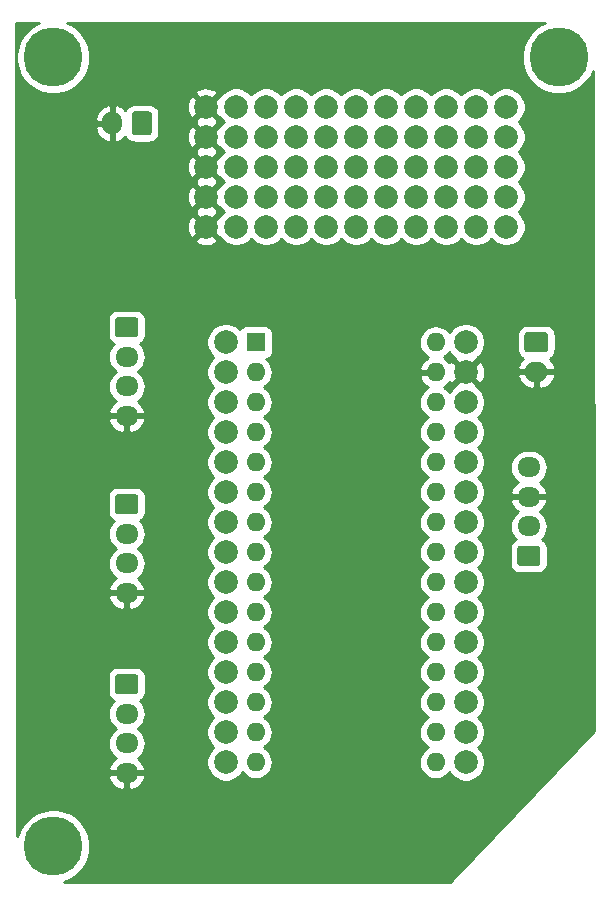
<source format=gbr>
G04 #@! TF.GenerationSoftware,KiCad,Pcbnew,(5.1.4)-1*
G04 #@! TF.CreationDate,2020-02-11T18:35:20-06:00*
G04 #@! TF.ProjectId,SensorBoard,53656e73-6f72-4426-9f61-72642e6b6963,rev?*
G04 #@! TF.SameCoordinates,Original*
G04 #@! TF.FileFunction,Copper,L2,Bot*
G04 #@! TF.FilePolarity,Positive*
%FSLAX46Y46*%
G04 Gerber Fmt 4.6, Leading zero omitted, Abs format (unit mm)*
G04 Created by KiCad (PCBNEW (5.1.4)-1) date 2020-02-11 18:35:20*
%MOMM*%
%LPD*%
G04 APERTURE LIST*
%ADD10C,0.100000*%
%ADD11C,1.700000*%
%ADD12O,1.700000X2.000000*%
%ADD13O,1.600000X1.600000*%
%ADD14R,1.600000X1.600000*%
%ADD15C,1.998980*%
%ADD16O,1.950000X1.700000*%
%ADD17O,2.000000X1.700000*%
%ADD18C,5.000000*%
%ADD19C,0.500000*%
%ADD20C,0.254000*%
G04 APERTURE END LIST*
D10*
G36*
X134482504Y-61739204D02*
G01*
X134506773Y-61742804D01*
X134530571Y-61748765D01*
X134553671Y-61757030D01*
X134575849Y-61767520D01*
X134596893Y-61780133D01*
X134616598Y-61794747D01*
X134634777Y-61811223D01*
X134651253Y-61829402D01*
X134665867Y-61849107D01*
X134678480Y-61870151D01*
X134688970Y-61892329D01*
X134697235Y-61915429D01*
X134703196Y-61939227D01*
X134706796Y-61963496D01*
X134708000Y-61988000D01*
X134708000Y-63488000D01*
X134706796Y-63512504D01*
X134703196Y-63536773D01*
X134697235Y-63560571D01*
X134688970Y-63583671D01*
X134678480Y-63605849D01*
X134665867Y-63626893D01*
X134651253Y-63646598D01*
X134634777Y-63664777D01*
X134616598Y-63681253D01*
X134596893Y-63695867D01*
X134575849Y-63708480D01*
X134553671Y-63718970D01*
X134530571Y-63727235D01*
X134506773Y-63733196D01*
X134482504Y-63736796D01*
X134458000Y-63738000D01*
X133258000Y-63738000D01*
X133233496Y-63736796D01*
X133209227Y-63733196D01*
X133185429Y-63727235D01*
X133162329Y-63718970D01*
X133140151Y-63708480D01*
X133119107Y-63695867D01*
X133099402Y-63681253D01*
X133081223Y-63664777D01*
X133064747Y-63646598D01*
X133050133Y-63626893D01*
X133037520Y-63605849D01*
X133027030Y-63583671D01*
X133018765Y-63560571D01*
X133012804Y-63536773D01*
X133009204Y-63512504D01*
X133008000Y-63488000D01*
X133008000Y-61988000D01*
X133009204Y-61963496D01*
X133012804Y-61939227D01*
X133018765Y-61915429D01*
X133027030Y-61892329D01*
X133037520Y-61870151D01*
X133050133Y-61849107D01*
X133064747Y-61829402D01*
X133081223Y-61811223D01*
X133099402Y-61794747D01*
X133119107Y-61780133D01*
X133140151Y-61767520D01*
X133162329Y-61757030D01*
X133185429Y-61748765D01*
X133209227Y-61742804D01*
X133233496Y-61739204D01*
X133258000Y-61738000D01*
X134458000Y-61738000D01*
X134482504Y-61739204D01*
X134482504Y-61739204D01*
G37*
D11*
X133858000Y-62738000D03*
D12*
X131358000Y-62738000D03*
D13*
X158750000Y-116840000D03*
X143510000Y-116840000D03*
X158750000Y-81280000D03*
X143510000Y-114300000D03*
X158750000Y-83820000D03*
X143510000Y-111760000D03*
X158750000Y-86360000D03*
X143510000Y-109220000D03*
X158750000Y-88900000D03*
X143510000Y-106680000D03*
X158750000Y-91440000D03*
X143510000Y-104140000D03*
X158750000Y-93980000D03*
X143510000Y-101600000D03*
X158750000Y-96520000D03*
X143510000Y-99060000D03*
X158750000Y-99060000D03*
X143510000Y-96520000D03*
X158750000Y-101600000D03*
X143510000Y-93980000D03*
X158750000Y-104140000D03*
X143510000Y-91440000D03*
X158750000Y-106680000D03*
X143510000Y-88900000D03*
X158750000Y-109220000D03*
X143510000Y-86360000D03*
X158750000Y-111760000D03*
X143510000Y-83820000D03*
X158750000Y-114300000D03*
D14*
X143510000Y-81280000D03*
D15*
X164719000Y-71501000D03*
X164719000Y-68961000D03*
X164719000Y-66421000D03*
X164719000Y-63881000D03*
X164719000Y-61341000D03*
X162179000Y-61341000D03*
X162179000Y-63881000D03*
X162179000Y-66421000D03*
X162179000Y-68961000D03*
X162179000Y-71501000D03*
X159639000Y-71501000D03*
X159639000Y-68961000D03*
X159639000Y-66421000D03*
X159639000Y-63881000D03*
X159639000Y-61341000D03*
X157099000Y-61341000D03*
X157099000Y-63881000D03*
X157099000Y-66421000D03*
X157099000Y-68961000D03*
X157099000Y-71501000D03*
X154559000Y-71501000D03*
X154559000Y-68961000D03*
X154559000Y-66421000D03*
X154559000Y-63881000D03*
X154559000Y-61341000D03*
X152019000Y-61341000D03*
X152019000Y-63881000D03*
X152019000Y-66421000D03*
X152019000Y-68961000D03*
X152019000Y-71501000D03*
X149479000Y-71501000D03*
X149479000Y-68961000D03*
X149479000Y-66421000D03*
X149479000Y-63881000D03*
X149479000Y-61341000D03*
X146939000Y-61341000D03*
X146939000Y-63881000D03*
X146939000Y-66421000D03*
X146939000Y-68961000D03*
X146939000Y-71501000D03*
X144399000Y-71501000D03*
X144399000Y-68961000D03*
X144399000Y-66421000D03*
X144399000Y-63881000D03*
X144399000Y-61341000D03*
X141859000Y-61341000D03*
X141859000Y-63881000D03*
X141859000Y-66421000D03*
X141859000Y-68961000D03*
X141859000Y-71501000D03*
X139319000Y-71501000D03*
X139319000Y-68961000D03*
X139319000Y-66421000D03*
X139319000Y-63881000D03*
X139319000Y-61341000D03*
X161290000Y-116840000D03*
X161290000Y-114300000D03*
X161290000Y-111760000D03*
X161290000Y-109220000D03*
X161290000Y-106680000D03*
X161290000Y-104140000D03*
X161290000Y-101600000D03*
X161290000Y-99060000D03*
X161290000Y-96520000D03*
X161290000Y-93980000D03*
X161290000Y-91440000D03*
X161290000Y-88900000D03*
X161290000Y-86360000D03*
X161290000Y-83820000D03*
X161290000Y-81280000D03*
X140970000Y-81280000D03*
X140970000Y-83820000D03*
X140970000Y-86360000D03*
X140970000Y-88900000D03*
X140970000Y-91440000D03*
X140970000Y-93980000D03*
X140970000Y-96520000D03*
X140970000Y-99060000D03*
X140970000Y-101600000D03*
X140970000Y-104140000D03*
X140970000Y-106680000D03*
X140970000Y-109220000D03*
X140970000Y-111760000D03*
X140970000Y-114300000D03*
X140970000Y-116840000D03*
D16*
X132588000Y-117736000D03*
X132588000Y-115236000D03*
X132588000Y-112736000D03*
D10*
G36*
X133337504Y-109387204D02*
G01*
X133361773Y-109390804D01*
X133385571Y-109396765D01*
X133408671Y-109405030D01*
X133430849Y-109415520D01*
X133451893Y-109428133D01*
X133471598Y-109442747D01*
X133489777Y-109459223D01*
X133506253Y-109477402D01*
X133520867Y-109497107D01*
X133533480Y-109518151D01*
X133543970Y-109540329D01*
X133552235Y-109563429D01*
X133558196Y-109587227D01*
X133561796Y-109611496D01*
X133563000Y-109636000D01*
X133563000Y-110836000D01*
X133561796Y-110860504D01*
X133558196Y-110884773D01*
X133552235Y-110908571D01*
X133543970Y-110931671D01*
X133533480Y-110953849D01*
X133520867Y-110974893D01*
X133506253Y-110994598D01*
X133489777Y-111012777D01*
X133471598Y-111029253D01*
X133451893Y-111043867D01*
X133430849Y-111056480D01*
X133408671Y-111066970D01*
X133385571Y-111075235D01*
X133361773Y-111081196D01*
X133337504Y-111084796D01*
X133313000Y-111086000D01*
X131863000Y-111086000D01*
X131838496Y-111084796D01*
X131814227Y-111081196D01*
X131790429Y-111075235D01*
X131767329Y-111066970D01*
X131745151Y-111056480D01*
X131724107Y-111043867D01*
X131704402Y-111029253D01*
X131686223Y-111012777D01*
X131669747Y-110994598D01*
X131655133Y-110974893D01*
X131642520Y-110953849D01*
X131632030Y-110931671D01*
X131623765Y-110908571D01*
X131617804Y-110884773D01*
X131614204Y-110860504D01*
X131613000Y-110836000D01*
X131613000Y-109636000D01*
X131614204Y-109611496D01*
X131617804Y-109587227D01*
X131623765Y-109563429D01*
X131632030Y-109540329D01*
X131642520Y-109518151D01*
X131655133Y-109497107D01*
X131669747Y-109477402D01*
X131686223Y-109459223D01*
X131704402Y-109442747D01*
X131724107Y-109428133D01*
X131745151Y-109415520D01*
X131767329Y-109405030D01*
X131790429Y-109396765D01*
X131814227Y-109390804D01*
X131838496Y-109387204D01*
X131863000Y-109386000D01*
X133313000Y-109386000D01*
X133337504Y-109387204D01*
X133337504Y-109387204D01*
G37*
D11*
X132588000Y-110236000D03*
D16*
X132588000Y-102496000D03*
X132588000Y-99996000D03*
X132588000Y-97496000D03*
D10*
G36*
X133337504Y-94147204D02*
G01*
X133361773Y-94150804D01*
X133385571Y-94156765D01*
X133408671Y-94165030D01*
X133430849Y-94175520D01*
X133451893Y-94188133D01*
X133471598Y-94202747D01*
X133489777Y-94219223D01*
X133506253Y-94237402D01*
X133520867Y-94257107D01*
X133533480Y-94278151D01*
X133543970Y-94300329D01*
X133552235Y-94323429D01*
X133558196Y-94347227D01*
X133561796Y-94371496D01*
X133563000Y-94396000D01*
X133563000Y-95596000D01*
X133561796Y-95620504D01*
X133558196Y-95644773D01*
X133552235Y-95668571D01*
X133543970Y-95691671D01*
X133533480Y-95713849D01*
X133520867Y-95734893D01*
X133506253Y-95754598D01*
X133489777Y-95772777D01*
X133471598Y-95789253D01*
X133451893Y-95803867D01*
X133430849Y-95816480D01*
X133408671Y-95826970D01*
X133385571Y-95835235D01*
X133361773Y-95841196D01*
X133337504Y-95844796D01*
X133313000Y-95846000D01*
X131863000Y-95846000D01*
X131838496Y-95844796D01*
X131814227Y-95841196D01*
X131790429Y-95835235D01*
X131767329Y-95826970D01*
X131745151Y-95816480D01*
X131724107Y-95803867D01*
X131704402Y-95789253D01*
X131686223Y-95772777D01*
X131669747Y-95754598D01*
X131655133Y-95734893D01*
X131642520Y-95713849D01*
X131632030Y-95691671D01*
X131623765Y-95668571D01*
X131617804Y-95644773D01*
X131614204Y-95620504D01*
X131613000Y-95596000D01*
X131613000Y-94396000D01*
X131614204Y-94371496D01*
X131617804Y-94347227D01*
X131623765Y-94323429D01*
X131632030Y-94300329D01*
X131642520Y-94278151D01*
X131655133Y-94257107D01*
X131669747Y-94237402D01*
X131686223Y-94219223D01*
X131704402Y-94202747D01*
X131724107Y-94188133D01*
X131745151Y-94175520D01*
X131767329Y-94165030D01*
X131790429Y-94156765D01*
X131814227Y-94150804D01*
X131838496Y-94147204D01*
X131863000Y-94146000D01*
X133313000Y-94146000D01*
X133337504Y-94147204D01*
X133337504Y-94147204D01*
G37*
D11*
X132588000Y-94996000D03*
D16*
X132588000Y-87510000D03*
X132588000Y-85010000D03*
X132588000Y-82510000D03*
D10*
G36*
X133337504Y-79161204D02*
G01*
X133361773Y-79164804D01*
X133385571Y-79170765D01*
X133408671Y-79179030D01*
X133430849Y-79189520D01*
X133451893Y-79202133D01*
X133471598Y-79216747D01*
X133489777Y-79233223D01*
X133506253Y-79251402D01*
X133520867Y-79271107D01*
X133533480Y-79292151D01*
X133543970Y-79314329D01*
X133552235Y-79337429D01*
X133558196Y-79361227D01*
X133561796Y-79385496D01*
X133563000Y-79410000D01*
X133563000Y-80610000D01*
X133561796Y-80634504D01*
X133558196Y-80658773D01*
X133552235Y-80682571D01*
X133543970Y-80705671D01*
X133533480Y-80727849D01*
X133520867Y-80748893D01*
X133506253Y-80768598D01*
X133489777Y-80786777D01*
X133471598Y-80803253D01*
X133451893Y-80817867D01*
X133430849Y-80830480D01*
X133408671Y-80840970D01*
X133385571Y-80849235D01*
X133361773Y-80855196D01*
X133337504Y-80858796D01*
X133313000Y-80860000D01*
X131863000Y-80860000D01*
X131838496Y-80858796D01*
X131814227Y-80855196D01*
X131790429Y-80849235D01*
X131767329Y-80840970D01*
X131745151Y-80830480D01*
X131724107Y-80817867D01*
X131704402Y-80803253D01*
X131686223Y-80786777D01*
X131669747Y-80768598D01*
X131655133Y-80748893D01*
X131642520Y-80727849D01*
X131632030Y-80705671D01*
X131623765Y-80682571D01*
X131617804Y-80658773D01*
X131614204Y-80634504D01*
X131613000Y-80610000D01*
X131613000Y-79410000D01*
X131614204Y-79385496D01*
X131617804Y-79361227D01*
X131623765Y-79337429D01*
X131632030Y-79314329D01*
X131642520Y-79292151D01*
X131655133Y-79271107D01*
X131669747Y-79251402D01*
X131686223Y-79233223D01*
X131704402Y-79216747D01*
X131724107Y-79202133D01*
X131745151Y-79189520D01*
X131767329Y-79179030D01*
X131790429Y-79170765D01*
X131814227Y-79164804D01*
X131838496Y-79161204D01*
X131863000Y-79160000D01*
X133313000Y-79160000D01*
X133337504Y-79161204D01*
X133337504Y-79161204D01*
G37*
D11*
X132588000Y-80010000D03*
D17*
X167259000Y-83780000D03*
D10*
G36*
X168033504Y-80431204D02*
G01*
X168057773Y-80434804D01*
X168081571Y-80440765D01*
X168104671Y-80449030D01*
X168126849Y-80459520D01*
X168147893Y-80472133D01*
X168167598Y-80486747D01*
X168185777Y-80503223D01*
X168202253Y-80521402D01*
X168216867Y-80541107D01*
X168229480Y-80562151D01*
X168239970Y-80584329D01*
X168248235Y-80607429D01*
X168254196Y-80631227D01*
X168257796Y-80655496D01*
X168259000Y-80680000D01*
X168259000Y-81880000D01*
X168257796Y-81904504D01*
X168254196Y-81928773D01*
X168248235Y-81952571D01*
X168239970Y-81975671D01*
X168229480Y-81997849D01*
X168216867Y-82018893D01*
X168202253Y-82038598D01*
X168185777Y-82056777D01*
X168167598Y-82073253D01*
X168147893Y-82087867D01*
X168126849Y-82100480D01*
X168104671Y-82110970D01*
X168081571Y-82119235D01*
X168057773Y-82125196D01*
X168033504Y-82128796D01*
X168009000Y-82130000D01*
X166509000Y-82130000D01*
X166484496Y-82128796D01*
X166460227Y-82125196D01*
X166436429Y-82119235D01*
X166413329Y-82110970D01*
X166391151Y-82100480D01*
X166370107Y-82087867D01*
X166350402Y-82073253D01*
X166332223Y-82056777D01*
X166315747Y-82038598D01*
X166301133Y-82018893D01*
X166288520Y-81997849D01*
X166278030Y-81975671D01*
X166269765Y-81952571D01*
X166263804Y-81928773D01*
X166260204Y-81904504D01*
X166259000Y-81880000D01*
X166259000Y-80680000D01*
X166260204Y-80655496D01*
X166263804Y-80631227D01*
X166269765Y-80607429D01*
X166278030Y-80584329D01*
X166288520Y-80562151D01*
X166301133Y-80541107D01*
X166315747Y-80521402D01*
X166332223Y-80503223D01*
X166350402Y-80486747D01*
X166370107Y-80472133D01*
X166391151Y-80459520D01*
X166413329Y-80449030D01*
X166436429Y-80440765D01*
X166460227Y-80434804D01*
X166484496Y-80431204D01*
X166509000Y-80430000D01*
X168009000Y-80430000D01*
X168033504Y-80431204D01*
X168033504Y-80431204D01*
G37*
D11*
X167259000Y-81280000D03*
D16*
X166624000Y-91864800D03*
X166624000Y-94364800D03*
X166624000Y-96864800D03*
D10*
G36*
X167373504Y-98516004D02*
G01*
X167397773Y-98519604D01*
X167421571Y-98525565D01*
X167444671Y-98533830D01*
X167466849Y-98544320D01*
X167487893Y-98556933D01*
X167507598Y-98571547D01*
X167525777Y-98588023D01*
X167542253Y-98606202D01*
X167556867Y-98625907D01*
X167569480Y-98646951D01*
X167579970Y-98669129D01*
X167588235Y-98692229D01*
X167594196Y-98716027D01*
X167597796Y-98740296D01*
X167599000Y-98764800D01*
X167599000Y-99964800D01*
X167597796Y-99989304D01*
X167594196Y-100013573D01*
X167588235Y-100037371D01*
X167579970Y-100060471D01*
X167569480Y-100082649D01*
X167556867Y-100103693D01*
X167542253Y-100123398D01*
X167525777Y-100141577D01*
X167507598Y-100158053D01*
X167487893Y-100172667D01*
X167466849Y-100185280D01*
X167444671Y-100195770D01*
X167421571Y-100204035D01*
X167397773Y-100209996D01*
X167373504Y-100213596D01*
X167349000Y-100214800D01*
X165899000Y-100214800D01*
X165874496Y-100213596D01*
X165850227Y-100209996D01*
X165826429Y-100204035D01*
X165803329Y-100195770D01*
X165781151Y-100185280D01*
X165760107Y-100172667D01*
X165740402Y-100158053D01*
X165722223Y-100141577D01*
X165705747Y-100123398D01*
X165691133Y-100103693D01*
X165678520Y-100082649D01*
X165668030Y-100060471D01*
X165659765Y-100037371D01*
X165653804Y-100013573D01*
X165650204Y-99989304D01*
X165649000Y-99964800D01*
X165649000Y-98764800D01*
X165650204Y-98740296D01*
X165653804Y-98716027D01*
X165659765Y-98692229D01*
X165668030Y-98669129D01*
X165678520Y-98646951D01*
X165691133Y-98625907D01*
X165705747Y-98606202D01*
X165722223Y-98588023D01*
X165740402Y-98571547D01*
X165760107Y-98556933D01*
X165781151Y-98544320D01*
X165803329Y-98533830D01*
X165826429Y-98525565D01*
X165850227Y-98519604D01*
X165874496Y-98516004D01*
X165899000Y-98514800D01*
X167349000Y-98514800D01*
X167373504Y-98516004D01*
X167373504Y-98516004D01*
G37*
D11*
X166624000Y-99364800D03*
D18*
X169164000Y-57150000D03*
X126365000Y-57150000D03*
X126365000Y-123952000D03*
D19*
X132713000Y-117736000D02*
X132588000Y-117736000D01*
X132588000Y-82510000D02*
X132713000Y-82510000D01*
X132588000Y-85010000D02*
X132713000Y-85010000D01*
D20*
G36*
X124880021Y-54371799D02*
G01*
X124366554Y-54714886D01*
X123929886Y-55151554D01*
X123586799Y-55665021D01*
X123350476Y-56235554D01*
X123230000Y-56841229D01*
X123230000Y-57458771D01*
X123350476Y-58064446D01*
X123586799Y-58634979D01*
X123929886Y-59148446D01*
X124366554Y-59585114D01*
X124880021Y-59928201D01*
X125450554Y-60164524D01*
X126056229Y-60285000D01*
X126673771Y-60285000D01*
X127071183Y-60205950D01*
X138363555Y-60205950D01*
X139319000Y-61161395D01*
X140274445Y-60205950D01*
X140178742Y-59941601D01*
X139889213Y-59800762D01*
X139577771Y-59719115D01*
X139256385Y-59699795D01*
X138937405Y-59743546D01*
X138633089Y-59848686D01*
X138459258Y-59941601D01*
X138363555Y-60205950D01*
X127071183Y-60205950D01*
X127279446Y-60164524D01*
X127849979Y-59928201D01*
X128363446Y-59585114D01*
X128800114Y-59148446D01*
X129143201Y-58634979D01*
X129379524Y-58064446D01*
X129500000Y-57458771D01*
X129500000Y-56841229D01*
X129379524Y-56235554D01*
X129143201Y-55665021D01*
X128800114Y-55151554D01*
X128363446Y-54714886D01*
X127849979Y-54371799D01*
X127565588Y-54254000D01*
X167963412Y-54254000D01*
X167679021Y-54371799D01*
X167165554Y-54714886D01*
X166728886Y-55151554D01*
X166385799Y-55665021D01*
X166149476Y-56235554D01*
X166029000Y-56841229D01*
X166029000Y-57458771D01*
X166149476Y-58064446D01*
X166385799Y-58634979D01*
X166728886Y-59148446D01*
X167165554Y-59585114D01*
X167679021Y-59928201D01*
X168249554Y-60164524D01*
X168855229Y-60285000D01*
X169472771Y-60285000D01*
X170078446Y-60164524D01*
X170648979Y-59928201D01*
X171162446Y-59585114D01*
X171599114Y-59148446D01*
X171942201Y-58634979D01*
X172069879Y-58326737D01*
X172186450Y-114163671D01*
X159991050Y-126975000D01*
X127236834Y-126975000D01*
X127279446Y-126966524D01*
X127849979Y-126730201D01*
X128363446Y-126387114D01*
X128800114Y-125950446D01*
X129143201Y-125436979D01*
X129379524Y-124866446D01*
X129500000Y-124260771D01*
X129500000Y-123643229D01*
X129379524Y-123037554D01*
X129143201Y-122467021D01*
X128800114Y-121953554D01*
X128363446Y-121516886D01*
X127849979Y-121173799D01*
X127279446Y-120937476D01*
X126673771Y-120817000D01*
X126056229Y-120817000D01*
X125450554Y-120937476D01*
X124880021Y-121173799D01*
X124366554Y-121516886D01*
X123929886Y-121953554D01*
X123586799Y-122467021D01*
X123350476Y-123037554D01*
X123334254Y-123119106D01*
X123325634Y-118092890D01*
X131021524Y-118092890D01*
X131113648Y-118355858D01*
X131260504Y-118607193D01*
X131453571Y-118825049D01*
X131685430Y-119001053D01*
X131947170Y-119128442D01*
X132228733Y-119202320D01*
X132461000Y-119062165D01*
X132461000Y-117863000D01*
X132715000Y-117863000D01*
X132715000Y-119062165D01*
X132947267Y-119202320D01*
X133228830Y-119128442D01*
X133490570Y-119001053D01*
X133722429Y-118825049D01*
X133915496Y-118607193D01*
X134062352Y-118355858D01*
X134154476Y-118092890D01*
X134033155Y-117863000D01*
X132715000Y-117863000D01*
X132461000Y-117863000D01*
X131142845Y-117863000D01*
X131021524Y-118092890D01*
X123325634Y-118092890D01*
X123316445Y-112736000D01*
X130970815Y-112736000D01*
X130999487Y-113027111D01*
X131084401Y-113307034D01*
X131222294Y-113565014D01*
X131407866Y-113791134D01*
X131633986Y-113976706D01*
X131651374Y-113986000D01*
X131633986Y-113995294D01*
X131407866Y-114180866D01*
X131222294Y-114406986D01*
X131084401Y-114664966D01*
X130999487Y-114944889D01*
X130970815Y-115236000D01*
X130999487Y-115527111D01*
X131084401Y-115807034D01*
X131222294Y-116065014D01*
X131407866Y-116291134D01*
X131633986Y-116476706D01*
X131659722Y-116490462D01*
X131453571Y-116646951D01*
X131260504Y-116864807D01*
X131113648Y-117116142D01*
X131021524Y-117379110D01*
X131142845Y-117609000D01*
X132461000Y-117609000D01*
X132461000Y-117589000D01*
X132715000Y-117589000D01*
X132715000Y-117609000D01*
X134033155Y-117609000D01*
X134154476Y-117379110D01*
X134062352Y-117116142D01*
X133915496Y-116864807D01*
X133722429Y-116646951D01*
X133516278Y-116490462D01*
X133542014Y-116476706D01*
X133768134Y-116291134D01*
X133953706Y-116065014D01*
X134091599Y-115807034D01*
X134176513Y-115527111D01*
X134205185Y-115236000D01*
X134176513Y-114944889D01*
X134091599Y-114664966D01*
X133953706Y-114406986D01*
X133768134Y-114180866D01*
X133542014Y-113995294D01*
X133524626Y-113986000D01*
X133542014Y-113976706D01*
X133768134Y-113791134D01*
X133953706Y-113565014D01*
X134091599Y-113307034D01*
X134176513Y-113027111D01*
X134205185Y-112736000D01*
X134176513Y-112444889D01*
X134091599Y-112164966D01*
X133953706Y-111906986D01*
X133768134Y-111680866D01*
X133704663Y-111628777D01*
X133806386Y-111574405D01*
X133940962Y-111463962D01*
X134051405Y-111329386D01*
X134133472Y-111175850D01*
X134184008Y-111009254D01*
X134201072Y-110836000D01*
X134201072Y-109636000D01*
X134184008Y-109462746D01*
X134133472Y-109296150D01*
X134051405Y-109142614D01*
X133940962Y-109008038D01*
X133806386Y-108897595D01*
X133652850Y-108815528D01*
X133486254Y-108764992D01*
X133313000Y-108747928D01*
X131863000Y-108747928D01*
X131689746Y-108764992D01*
X131523150Y-108815528D01*
X131369614Y-108897595D01*
X131235038Y-109008038D01*
X131124595Y-109142614D01*
X131042528Y-109296150D01*
X130991992Y-109462746D01*
X130974928Y-109636000D01*
X130974928Y-110836000D01*
X130991992Y-111009254D01*
X131042528Y-111175850D01*
X131124595Y-111329386D01*
X131235038Y-111463962D01*
X131369614Y-111574405D01*
X131471337Y-111628777D01*
X131407866Y-111680866D01*
X131222294Y-111906986D01*
X131084401Y-112164966D01*
X130999487Y-112444889D01*
X130970815Y-112736000D01*
X123316445Y-112736000D01*
X123299494Y-102852890D01*
X131021524Y-102852890D01*
X131113648Y-103115858D01*
X131260504Y-103367193D01*
X131453571Y-103585049D01*
X131685430Y-103761053D01*
X131947170Y-103888442D01*
X132228733Y-103962320D01*
X132461000Y-103822165D01*
X132461000Y-102623000D01*
X132715000Y-102623000D01*
X132715000Y-103822165D01*
X132947267Y-103962320D01*
X133228830Y-103888442D01*
X133490570Y-103761053D01*
X133722429Y-103585049D01*
X133915496Y-103367193D01*
X134062352Y-103115858D01*
X134154476Y-102852890D01*
X134033155Y-102623000D01*
X132715000Y-102623000D01*
X132461000Y-102623000D01*
X131142845Y-102623000D01*
X131021524Y-102852890D01*
X123299494Y-102852890D01*
X123290305Y-97496000D01*
X130970815Y-97496000D01*
X130999487Y-97787111D01*
X131084401Y-98067034D01*
X131222294Y-98325014D01*
X131407866Y-98551134D01*
X131633986Y-98736706D01*
X131651374Y-98746000D01*
X131633986Y-98755294D01*
X131407866Y-98940866D01*
X131222294Y-99166986D01*
X131084401Y-99424966D01*
X130999487Y-99704889D01*
X130970815Y-99996000D01*
X130999487Y-100287111D01*
X131084401Y-100567034D01*
X131222294Y-100825014D01*
X131407866Y-101051134D01*
X131633986Y-101236706D01*
X131659722Y-101250462D01*
X131453571Y-101406951D01*
X131260504Y-101624807D01*
X131113648Y-101876142D01*
X131021524Y-102139110D01*
X131142845Y-102369000D01*
X132461000Y-102369000D01*
X132461000Y-102349000D01*
X132715000Y-102349000D01*
X132715000Y-102369000D01*
X134033155Y-102369000D01*
X134154476Y-102139110D01*
X134062352Y-101876142D01*
X133915496Y-101624807D01*
X133722429Y-101406951D01*
X133516278Y-101250462D01*
X133542014Y-101236706D01*
X133768134Y-101051134D01*
X133953706Y-100825014D01*
X134091599Y-100567034D01*
X134176513Y-100287111D01*
X134205185Y-99996000D01*
X134176513Y-99704889D01*
X134091599Y-99424966D01*
X133953706Y-99166986D01*
X133768134Y-98940866D01*
X133542014Y-98755294D01*
X133524626Y-98746000D01*
X133542014Y-98736706D01*
X133768134Y-98551134D01*
X133953706Y-98325014D01*
X134091599Y-98067034D01*
X134176513Y-97787111D01*
X134205185Y-97496000D01*
X134176513Y-97204889D01*
X134091599Y-96924966D01*
X133953706Y-96666986D01*
X133768134Y-96440866D01*
X133704663Y-96388777D01*
X133806386Y-96334405D01*
X133940962Y-96223962D01*
X134051405Y-96089386D01*
X134133472Y-95935850D01*
X134184008Y-95769254D01*
X134201072Y-95596000D01*
X134201072Y-94396000D01*
X134184008Y-94222746D01*
X134133472Y-94056150D01*
X134051405Y-93902614D01*
X133940962Y-93768038D01*
X133806386Y-93657595D01*
X133652850Y-93575528D01*
X133486254Y-93524992D01*
X133313000Y-93507928D01*
X131863000Y-93507928D01*
X131689746Y-93524992D01*
X131523150Y-93575528D01*
X131369614Y-93657595D01*
X131235038Y-93768038D01*
X131124595Y-93902614D01*
X131042528Y-94056150D01*
X130991992Y-94222746D01*
X130974928Y-94396000D01*
X130974928Y-95596000D01*
X130991992Y-95769254D01*
X131042528Y-95935850D01*
X131124595Y-96089386D01*
X131235038Y-96223962D01*
X131369614Y-96334405D01*
X131471337Y-96388777D01*
X131407866Y-96440866D01*
X131222294Y-96666986D01*
X131084401Y-96924966D01*
X130999487Y-97204889D01*
X130970815Y-97496000D01*
X123290305Y-97496000D01*
X123273790Y-87866890D01*
X131021524Y-87866890D01*
X131113648Y-88129858D01*
X131260504Y-88381193D01*
X131453571Y-88599049D01*
X131685430Y-88775053D01*
X131947170Y-88902442D01*
X132228733Y-88976320D01*
X132461000Y-88836165D01*
X132461000Y-87637000D01*
X132715000Y-87637000D01*
X132715000Y-88836165D01*
X132947267Y-88976320D01*
X133228830Y-88902442D01*
X133490570Y-88775053D01*
X133722429Y-88599049D01*
X133915496Y-88381193D01*
X134062352Y-88129858D01*
X134154476Y-87866890D01*
X134033155Y-87637000D01*
X132715000Y-87637000D01*
X132461000Y-87637000D01*
X131142845Y-87637000D01*
X131021524Y-87866890D01*
X123273790Y-87866890D01*
X123264601Y-82510000D01*
X130970815Y-82510000D01*
X130999487Y-82801111D01*
X131084401Y-83081034D01*
X131222294Y-83339014D01*
X131407866Y-83565134D01*
X131633986Y-83750706D01*
X131651374Y-83760000D01*
X131633986Y-83769294D01*
X131407866Y-83954866D01*
X131222294Y-84180986D01*
X131084401Y-84438966D01*
X130999487Y-84718889D01*
X130970815Y-85010000D01*
X130999487Y-85301111D01*
X131084401Y-85581034D01*
X131222294Y-85839014D01*
X131407866Y-86065134D01*
X131633986Y-86250706D01*
X131659722Y-86264462D01*
X131453571Y-86420951D01*
X131260504Y-86638807D01*
X131113648Y-86890142D01*
X131021524Y-87153110D01*
X131142845Y-87383000D01*
X132461000Y-87383000D01*
X132461000Y-87363000D01*
X132715000Y-87363000D01*
X132715000Y-87383000D01*
X134033155Y-87383000D01*
X134154476Y-87153110D01*
X134062352Y-86890142D01*
X133915496Y-86638807D01*
X133722429Y-86420951D01*
X133516278Y-86264462D01*
X133542014Y-86250706D01*
X133768134Y-86065134D01*
X133953706Y-85839014D01*
X134091599Y-85581034D01*
X134176513Y-85301111D01*
X134205185Y-85010000D01*
X134176513Y-84718889D01*
X134091599Y-84438966D01*
X133953706Y-84180986D01*
X133768134Y-83954866D01*
X133542014Y-83769294D01*
X133524626Y-83760000D01*
X133542014Y-83750706D01*
X133768134Y-83565134D01*
X133953706Y-83339014D01*
X134091599Y-83081034D01*
X134176513Y-82801111D01*
X134205185Y-82510000D01*
X134176513Y-82218889D01*
X134091599Y-81938966D01*
X133953706Y-81680986D01*
X133768134Y-81454866D01*
X133704663Y-81402777D01*
X133806386Y-81348405D01*
X133940962Y-81237962D01*
X134038577Y-81119017D01*
X139335510Y-81119017D01*
X139335510Y-81440983D01*
X139398322Y-81756763D01*
X139521533Y-82054222D01*
X139700408Y-82321927D01*
X139928073Y-82549592D01*
X139928684Y-82550000D01*
X139928073Y-82550408D01*
X139700408Y-82778073D01*
X139521533Y-83045778D01*
X139398322Y-83343237D01*
X139335510Y-83659017D01*
X139335510Y-83980983D01*
X139398322Y-84296763D01*
X139521533Y-84594222D01*
X139700408Y-84861927D01*
X139928073Y-85089592D01*
X139928684Y-85090000D01*
X139928073Y-85090408D01*
X139700408Y-85318073D01*
X139521533Y-85585778D01*
X139398322Y-85883237D01*
X139335510Y-86199017D01*
X139335510Y-86520983D01*
X139398322Y-86836763D01*
X139521533Y-87134222D01*
X139700408Y-87401927D01*
X139928073Y-87629592D01*
X139928684Y-87630000D01*
X139928073Y-87630408D01*
X139700408Y-87858073D01*
X139521533Y-88125778D01*
X139398322Y-88423237D01*
X139335510Y-88739017D01*
X139335510Y-89060983D01*
X139398322Y-89376763D01*
X139521533Y-89674222D01*
X139700408Y-89941927D01*
X139928073Y-90169592D01*
X139928684Y-90170000D01*
X139928073Y-90170408D01*
X139700408Y-90398073D01*
X139521533Y-90665778D01*
X139398322Y-90963237D01*
X139335510Y-91279017D01*
X139335510Y-91600983D01*
X139398322Y-91916763D01*
X139521533Y-92214222D01*
X139700408Y-92481927D01*
X139928073Y-92709592D01*
X139928684Y-92710000D01*
X139928073Y-92710408D01*
X139700408Y-92938073D01*
X139521533Y-93205778D01*
X139398322Y-93503237D01*
X139335510Y-93819017D01*
X139335510Y-94140983D01*
X139398322Y-94456763D01*
X139521533Y-94754222D01*
X139700408Y-95021927D01*
X139928073Y-95249592D01*
X139928684Y-95250000D01*
X139928073Y-95250408D01*
X139700408Y-95478073D01*
X139521533Y-95745778D01*
X139398322Y-96043237D01*
X139335510Y-96359017D01*
X139335510Y-96680983D01*
X139398322Y-96996763D01*
X139521533Y-97294222D01*
X139700408Y-97561927D01*
X139928073Y-97789592D01*
X139928684Y-97790000D01*
X139928073Y-97790408D01*
X139700408Y-98018073D01*
X139521533Y-98285778D01*
X139398322Y-98583237D01*
X139335510Y-98899017D01*
X139335510Y-99220983D01*
X139398322Y-99536763D01*
X139521533Y-99834222D01*
X139700408Y-100101927D01*
X139928073Y-100329592D01*
X139928684Y-100330000D01*
X139928073Y-100330408D01*
X139700408Y-100558073D01*
X139521533Y-100825778D01*
X139398322Y-101123237D01*
X139335510Y-101439017D01*
X139335510Y-101760983D01*
X139398322Y-102076763D01*
X139521533Y-102374222D01*
X139700408Y-102641927D01*
X139928073Y-102869592D01*
X139928684Y-102870000D01*
X139928073Y-102870408D01*
X139700408Y-103098073D01*
X139521533Y-103365778D01*
X139398322Y-103663237D01*
X139335510Y-103979017D01*
X139335510Y-104300983D01*
X139398322Y-104616763D01*
X139521533Y-104914222D01*
X139700408Y-105181927D01*
X139928073Y-105409592D01*
X139928684Y-105410000D01*
X139928073Y-105410408D01*
X139700408Y-105638073D01*
X139521533Y-105905778D01*
X139398322Y-106203237D01*
X139335510Y-106519017D01*
X139335510Y-106840983D01*
X139398322Y-107156763D01*
X139521533Y-107454222D01*
X139700408Y-107721927D01*
X139928073Y-107949592D01*
X139928684Y-107950000D01*
X139928073Y-107950408D01*
X139700408Y-108178073D01*
X139521533Y-108445778D01*
X139398322Y-108743237D01*
X139335510Y-109059017D01*
X139335510Y-109380983D01*
X139398322Y-109696763D01*
X139521533Y-109994222D01*
X139700408Y-110261927D01*
X139928073Y-110489592D01*
X139928684Y-110490000D01*
X139928073Y-110490408D01*
X139700408Y-110718073D01*
X139521533Y-110985778D01*
X139398322Y-111283237D01*
X139335510Y-111599017D01*
X139335510Y-111920983D01*
X139398322Y-112236763D01*
X139521533Y-112534222D01*
X139700408Y-112801927D01*
X139928073Y-113029592D01*
X139928684Y-113030000D01*
X139928073Y-113030408D01*
X139700408Y-113258073D01*
X139521533Y-113525778D01*
X139398322Y-113823237D01*
X139335510Y-114139017D01*
X139335510Y-114460983D01*
X139398322Y-114776763D01*
X139521533Y-115074222D01*
X139700408Y-115341927D01*
X139928073Y-115569592D01*
X139928684Y-115570000D01*
X139928073Y-115570408D01*
X139700408Y-115798073D01*
X139521533Y-116065778D01*
X139398322Y-116363237D01*
X139335510Y-116679017D01*
X139335510Y-117000983D01*
X139398322Y-117316763D01*
X139521533Y-117614222D01*
X139700408Y-117881927D01*
X139928073Y-118109592D01*
X140195778Y-118288467D01*
X140493237Y-118411678D01*
X140809017Y-118474490D01*
X141130983Y-118474490D01*
X141446763Y-118411678D01*
X141744222Y-118288467D01*
X142011927Y-118109592D01*
X142239592Y-117881927D01*
X142360368Y-117701173D01*
X142490392Y-117859608D01*
X142708899Y-118038932D01*
X142958192Y-118172182D01*
X143228691Y-118254236D01*
X143439508Y-118275000D01*
X143580492Y-118275000D01*
X143791309Y-118254236D01*
X144061808Y-118172182D01*
X144311101Y-118038932D01*
X144529608Y-117859608D01*
X144708932Y-117641101D01*
X144842182Y-117391808D01*
X144924236Y-117121309D01*
X144951943Y-116840000D01*
X144924236Y-116558691D01*
X144842182Y-116288192D01*
X144708932Y-116038899D01*
X144529608Y-115820392D01*
X144311101Y-115641068D01*
X144178142Y-115570000D01*
X144311101Y-115498932D01*
X144529608Y-115319608D01*
X144708932Y-115101101D01*
X144842182Y-114851808D01*
X144924236Y-114581309D01*
X144951943Y-114300000D01*
X144924236Y-114018691D01*
X144842182Y-113748192D01*
X144708932Y-113498899D01*
X144529608Y-113280392D01*
X144311101Y-113101068D01*
X144178142Y-113030000D01*
X144311101Y-112958932D01*
X144529608Y-112779608D01*
X144708932Y-112561101D01*
X144842182Y-112311808D01*
X144924236Y-112041309D01*
X144951943Y-111760000D01*
X144924236Y-111478691D01*
X144842182Y-111208192D01*
X144708932Y-110958899D01*
X144529608Y-110740392D01*
X144311101Y-110561068D01*
X144178142Y-110490000D01*
X144311101Y-110418932D01*
X144529608Y-110239608D01*
X144708932Y-110021101D01*
X144842182Y-109771808D01*
X144924236Y-109501309D01*
X144951943Y-109220000D01*
X144924236Y-108938691D01*
X144842182Y-108668192D01*
X144708932Y-108418899D01*
X144529608Y-108200392D01*
X144311101Y-108021068D01*
X144178142Y-107950000D01*
X144311101Y-107878932D01*
X144529608Y-107699608D01*
X144708932Y-107481101D01*
X144842182Y-107231808D01*
X144924236Y-106961309D01*
X144951943Y-106680000D01*
X144924236Y-106398691D01*
X144842182Y-106128192D01*
X144708932Y-105878899D01*
X144529608Y-105660392D01*
X144311101Y-105481068D01*
X144178142Y-105410000D01*
X144311101Y-105338932D01*
X144529608Y-105159608D01*
X144708932Y-104941101D01*
X144842182Y-104691808D01*
X144924236Y-104421309D01*
X144951943Y-104140000D01*
X144924236Y-103858691D01*
X144842182Y-103588192D01*
X144708932Y-103338899D01*
X144529608Y-103120392D01*
X144311101Y-102941068D01*
X144178142Y-102870000D01*
X144311101Y-102798932D01*
X144529608Y-102619608D01*
X144708932Y-102401101D01*
X144842182Y-102151808D01*
X144924236Y-101881309D01*
X144951943Y-101600000D01*
X144924236Y-101318691D01*
X144842182Y-101048192D01*
X144708932Y-100798899D01*
X144529608Y-100580392D01*
X144311101Y-100401068D01*
X144178142Y-100330000D01*
X144311101Y-100258932D01*
X144529608Y-100079608D01*
X144708932Y-99861101D01*
X144842182Y-99611808D01*
X144924236Y-99341309D01*
X144951943Y-99060000D01*
X144924236Y-98778691D01*
X144842182Y-98508192D01*
X144708932Y-98258899D01*
X144529608Y-98040392D01*
X144311101Y-97861068D01*
X144178142Y-97790000D01*
X144311101Y-97718932D01*
X144529608Y-97539608D01*
X144708932Y-97321101D01*
X144842182Y-97071808D01*
X144924236Y-96801309D01*
X144951943Y-96520000D01*
X144924236Y-96238691D01*
X144842182Y-95968192D01*
X144708932Y-95718899D01*
X144529608Y-95500392D01*
X144311101Y-95321068D01*
X144178142Y-95250000D01*
X144311101Y-95178932D01*
X144529608Y-94999608D01*
X144708932Y-94781101D01*
X144842182Y-94531808D01*
X144924236Y-94261309D01*
X144951943Y-93980000D01*
X144924236Y-93698691D01*
X144842182Y-93428192D01*
X144708932Y-93178899D01*
X144529608Y-92960392D01*
X144311101Y-92781068D01*
X144178142Y-92710000D01*
X144311101Y-92638932D01*
X144529608Y-92459608D01*
X144708932Y-92241101D01*
X144842182Y-91991808D01*
X144924236Y-91721309D01*
X144951943Y-91440000D01*
X144924236Y-91158691D01*
X144842182Y-90888192D01*
X144708932Y-90638899D01*
X144529608Y-90420392D01*
X144311101Y-90241068D01*
X144178142Y-90170000D01*
X144311101Y-90098932D01*
X144529608Y-89919608D01*
X144708932Y-89701101D01*
X144842182Y-89451808D01*
X144924236Y-89181309D01*
X144951943Y-88900000D01*
X144924236Y-88618691D01*
X144842182Y-88348192D01*
X144708932Y-88098899D01*
X144529608Y-87880392D01*
X144311101Y-87701068D01*
X144178142Y-87630000D01*
X144311101Y-87558932D01*
X144529608Y-87379608D01*
X144708932Y-87161101D01*
X144842182Y-86911808D01*
X144924236Y-86641309D01*
X144951943Y-86360000D01*
X144924236Y-86078691D01*
X144842182Y-85808192D01*
X144708932Y-85558899D01*
X144529608Y-85340392D01*
X144311101Y-85161068D01*
X144178142Y-85090000D01*
X144311101Y-85018932D01*
X144529608Y-84839608D01*
X144708932Y-84621101D01*
X144842182Y-84371808D01*
X144924236Y-84101309D01*
X144951943Y-83820000D01*
X144924236Y-83538691D01*
X144842182Y-83268192D01*
X144708932Y-83018899D01*
X144529608Y-82800392D01*
X144416518Y-82707581D01*
X144434482Y-82705812D01*
X144554180Y-82669502D01*
X144664494Y-82610537D01*
X144761185Y-82531185D01*
X144840537Y-82434494D01*
X144899502Y-82324180D01*
X144935812Y-82204482D01*
X144948072Y-82080000D01*
X144948072Y-81280000D01*
X157308057Y-81280000D01*
X157335764Y-81561309D01*
X157417818Y-81831808D01*
X157551068Y-82081101D01*
X157730392Y-82299608D01*
X157948899Y-82478932D01*
X158086682Y-82552579D01*
X157894869Y-82667615D01*
X157686481Y-82856586D01*
X157518963Y-83082580D01*
X157398754Y-83336913D01*
X157358096Y-83470961D01*
X157480085Y-83693000D01*
X158623000Y-83693000D01*
X158623000Y-83673000D01*
X158877000Y-83673000D01*
X158877000Y-83693000D01*
X158897000Y-83693000D01*
X158897000Y-83947000D01*
X158877000Y-83947000D01*
X158877000Y-83967000D01*
X158623000Y-83967000D01*
X158623000Y-83947000D01*
X157480085Y-83947000D01*
X157358096Y-84169039D01*
X157398754Y-84303087D01*
X157518963Y-84557420D01*
X157686481Y-84783414D01*
X157894869Y-84972385D01*
X158086682Y-85087421D01*
X157948899Y-85161068D01*
X157730392Y-85340392D01*
X157551068Y-85558899D01*
X157417818Y-85808192D01*
X157335764Y-86078691D01*
X157308057Y-86360000D01*
X157335764Y-86641309D01*
X157417818Y-86911808D01*
X157551068Y-87161101D01*
X157730392Y-87379608D01*
X157948899Y-87558932D01*
X158081858Y-87630000D01*
X157948899Y-87701068D01*
X157730392Y-87880392D01*
X157551068Y-88098899D01*
X157417818Y-88348192D01*
X157335764Y-88618691D01*
X157308057Y-88900000D01*
X157335764Y-89181309D01*
X157417818Y-89451808D01*
X157551068Y-89701101D01*
X157730392Y-89919608D01*
X157948899Y-90098932D01*
X158081858Y-90170000D01*
X157948899Y-90241068D01*
X157730392Y-90420392D01*
X157551068Y-90638899D01*
X157417818Y-90888192D01*
X157335764Y-91158691D01*
X157308057Y-91440000D01*
X157335764Y-91721309D01*
X157417818Y-91991808D01*
X157551068Y-92241101D01*
X157730392Y-92459608D01*
X157948899Y-92638932D01*
X158081858Y-92710000D01*
X157948899Y-92781068D01*
X157730392Y-92960392D01*
X157551068Y-93178899D01*
X157417818Y-93428192D01*
X157335764Y-93698691D01*
X157308057Y-93980000D01*
X157335764Y-94261309D01*
X157417818Y-94531808D01*
X157551068Y-94781101D01*
X157730392Y-94999608D01*
X157948899Y-95178932D01*
X158081858Y-95250000D01*
X157948899Y-95321068D01*
X157730392Y-95500392D01*
X157551068Y-95718899D01*
X157417818Y-95968192D01*
X157335764Y-96238691D01*
X157308057Y-96520000D01*
X157335764Y-96801309D01*
X157417818Y-97071808D01*
X157551068Y-97321101D01*
X157730392Y-97539608D01*
X157948899Y-97718932D01*
X158081858Y-97790000D01*
X157948899Y-97861068D01*
X157730392Y-98040392D01*
X157551068Y-98258899D01*
X157417818Y-98508192D01*
X157335764Y-98778691D01*
X157308057Y-99060000D01*
X157335764Y-99341309D01*
X157417818Y-99611808D01*
X157551068Y-99861101D01*
X157730392Y-100079608D01*
X157948899Y-100258932D01*
X158081858Y-100330000D01*
X157948899Y-100401068D01*
X157730392Y-100580392D01*
X157551068Y-100798899D01*
X157417818Y-101048192D01*
X157335764Y-101318691D01*
X157308057Y-101600000D01*
X157335764Y-101881309D01*
X157417818Y-102151808D01*
X157551068Y-102401101D01*
X157730392Y-102619608D01*
X157948899Y-102798932D01*
X158081858Y-102870000D01*
X157948899Y-102941068D01*
X157730392Y-103120392D01*
X157551068Y-103338899D01*
X157417818Y-103588192D01*
X157335764Y-103858691D01*
X157308057Y-104140000D01*
X157335764Y-104421309D01*
X157417818Y-104691808D01*
X157551068Y-104941101D01*
X157730392Y-105159608D01*
X157948899Y-105338932D01*
X158081858Y-105410000D01*
X157948899Y-105481068D01*
X157730392Y-105660392D01*
X157551068Y-105878899D01*
X157417818Y-106128192D01*
X157335764Y-106398691D01*
X157308057Y-106680000D01*
X157335764Y-106961309D01*
X157417818Y-107231808D01*
X157551068Y-107481101D01*
X157730392Y-107699608D01*
X157948899Y-107878932D01*
X158081858Y-107950000D01*
X157948899Y-108021068D01*
X157730392Y-108200392D01*
X157551068Y-108418899D01*
X157417818Y-108668192D01*
X157335764Y-108938691D01*
X157308057Y-109220000D01*
X157335764Y-109501309D01*
X157417818Y-109771808D01*
X157551068Y-110021101D01*
X157730392Y-110239608D01*
X157948899Y-110418932D01*
X158081858Y-110490000D01*
X157948899Y-110561068D01*
X157730392Y-110740392D01*
X157551068Y-110958899D01*
X157417818Y-111208192D01*
X157335764Y-111478691D01*
X157308057Y-111760000D01*
X157335764Y-112041309D01*
X157417818Y-112311808D01*
X157551068Y-112561101D01*
X157730392Y-112779608D01*
X157948899Y-112958932D01*
X158081858Y-113030000D01*
X157948899Y-113101068D01*
X157730392Y-113280392D01*
X157551068Y-113498899D01*
X157417818Y-113748192D01*
X157335764Y-114018691D01*
X157308057Y-114300000D01*
X157335764Y-114581309D01*
X157417818Y-114851808D01*
X157551068Y-115101101D01*
X157730392Y-115319608D01*
X157948899Y-115498932D01*
X158081858Y-115570000D01*
X157948899Y-115641068D01*
X157730392Y-115820392D01*
X157551068Y-116038899D01*
X157417818Y-116288192D01*
X157335764Y-116558691D01*
X157308057Y-116840000D01*
X157335764Y-117121309D01*
X157417818Y-117391808D01*
X157551068Y-117641101D01*
X157730392Y-117859608D01*
X157948899Y-118038932D01*
X158198192Y-118172182D01*
X158468691Y-118254236D01*
X158679508Y-118275000D01*
X158820492Y-118275000D01*
X159031309Y-118254236D01*
X159301808Y-118172182D01*
X159551101Y-118038932D01*
X159769608Y-117859608D01*
X159899632Y-117701173D01*
X160020408Y-117881927D01*
X160248073Y-118109592D01*
X160515778Y-118288467D01*
X160813237Y-118411678D01*
X161129017Y-118474490D01*
X161450983Y-118474490D01*
X161766763Y-118411678D01*
X162064222Y-118288467D01*
X162331927Y-118109592D01*
X162559592Y-117881927D01*
X162738467Y-117614222D01*
X162861678Y-117316763D01*
X162924490Y-117000983D01*
X162924490Y-116679017D01*
X162861678Y-116363237D01*
X162738467Y-116065778D01*
X162559592Y-115798073D01*
X162331927Y-115570408D01*
X162331316Y-115570000D01*
X162331927Y-115569592D01*
X162559592Y-115341927D01*
X162738467Y-115074222D01*
X162861678Y-114776763D01*
X162924490Y-114460983D01*
X162924490Y-114139017D01*
X162861678Y-113823237D01*
X162738467Y-113525778D01*
X162559592Y-113258073D01*
X162331927Y-113030408D01*
X162331316Y-113030000D01*
X162331927Y-113029592D01*
X162559592Y-112801927D01*
X162738467Y-112534222D01*
X162861678Y-112236763D01*
X162924490Y-111920983D01*
X162924490Y-111599017D01*
X162861678Y-111283237D01*
X162738467Y-110985778D01*
X162559592Y-110718073D01*
X162331927Y-110490408D01*
X162331316Y-110490000D01*
X162331927Y-110489592D01*
X162559592Y-110261927D01*
X162738467Y-109994222D01*
X162861678Y-109696763D01*
X162924490Y-109380983D01*
X162924490Y-109059017D01*
X162861678Y-108743237D01*
X162738467Y-108445778D01*
X162559592Y-108178073D01*
X162331927Y-107950408D01*
X162331316Y-107950000D01*
X162331927Y-107949592D01*
X162559592Y-107721927D01*
X162738467Y-107454222D01*
X162861678Y-107156763D01*
X162924490Y-106840983D01*
X162924490Y-106519017D01*
X162861678Y-106203237D01*
X162738467Y-105905778D01*
X162559592Y-105638073D01*
X162331927Y-105410408D01*
X162331316Y-105410000D01*
X162331927Y-105409592D01*
X162559592Y-105181927D01*
X162738467Y-104914222D01*
X162861678Y-104616763D01*
X162924490Y-104300983D01*
X162924490Y-103979017D01*
X162861678Y-103663237D01*
X162738467Y-103365778D01*
X162559592Y-103098073D01*
X162331927Y-102870408D01*
X162331316Y-102870000D01*
X162331927Y-102869592D01*
X162559592Y-102641927D01*
X162738467Y-102374222D01*
X162861678Y-102076763D01*
X162924490Y-101760983D01*
X162924490Y-101439017D01*
X162861678Y-101123237D01*
X162738467Y-100825778D01*
X162559592Y-100558073D01*
X162331927Y-100330408D01*
X162331316Y-100330000D01*
X162331927Y-100329592D01*
X162559592Y-100101927D01*
X162738467Y-99834222D01*
X162861678Y-99536763D01*
X162924490Y-99220983D01*
X162924490Y-98899017D01*
X162861678Y-98583237D01*
X162738467Y-98285778D01*
X162559592Y-98018073D01*
X162331927Y-97790408D01*
X162331316Y-97790000D01*
X162331927Y-97789592D01*
X162559592Y-97561927D01*
X162738467Y-97294222D01*
X162861678Y-96996763D01*
X162887926Y-96864800D01*
X165006815Y-96864800D01*
X165035487Y-97155911D01*
X165120401Y-97435834D01*
X165258294Y-97693814D01*
X165443866Y-97919934D01*
X165507337Y-97972023D01*
X165405614Y-98026395D01*
X165271038Y-98136838D01*
X165160595Y-98271414D01*
X165078528Y-98424950D01*
X165027992Y-98591546D01*
X165010928Y-98764800D01*
X165010928Y-99964800D01*
X165027992Y-100138054D01*
X165078528Y-100304650D01*
X165160595Y-100458186D01*
X165271038Y-100592762D01*
X165405614Y-100703205D01*
X165559150Y-100785272D01*
X165725746Y-100835808D01*
X165899000Y-100852872D01*
X167349000Y-100852872D01*
X167522254Y-100835808D01*
X167688850Y-100785272D01*
X167842386Y-100703205D01*
X167976962Y-100592762D01*
X168087405Y-100458186D01*
X168169472Y-100304650D01*
X168220008Y-100138054D01*
X168237072Y-99964800D01*
X168237072Y-98764800D01*
X168220008Y-98591546D01*
X168169472Y-98424950D01*
X168087405Y-98271414D01*
X167976962Y-98136838D01*
X167842386Y-98026395D01*
X167740663Y-97972023D01*
X167804134Y-97919934D01*
X167989706Y-97693814D01*
X168127599Y-97435834D01*
X168212513Y-97155911D01*
X168241185Y-96864800D01*
X168212513Y-96573689D01*
X168127599Y-96293766D01*
X167989706Y-96035786D01*
X167804134Y-95809666D01*
X167578014Y-95624094D01*
X167552278Y-95610338D01*
X167758429Y-95453849D01*
X167951496Y-95235993D01*
X168098352Y-94984658D01*
X168190476Y-94721690D01*
X168069155Y-94491800D01*
X166751000Y-94491800D01*
X166751000Y-94511800D01*
X166497000Y-94511800D01*
X166497000Y-94491800D01*
X165178845Y-94491800D01*
X165057524Y-94721690D01*
X165149648Y-94984658D01*
X165296504Y-95235993D01*
X165489571Y-95453849D01*
X165695722Y-95610338D01*
X165669986Y-95624094D01*
X165443866Y-95809666D01*
X165258294Y-96035786D01*
X165120401Y-96293766D01*
X165035487Y-96573689D01*
X165006815Y-96864800D01*
X162887926Y-96864800D01*
X162924490Y-96680983D01*
X162924490Y-96359017D01*
X162861678Y-96043237D01*
X162738467Y-95745778D01*
X162559592Y-95478073D01*
X162331927Y-95250408D01*
X162331316Y-95250000D01*
X162331927Y-95249592D01*
X162559592Y-95021927D01*
X162738467Y-94754222D01*
X162861678Y-94456763D01*
X162924490Y-94140983D01*
X162924490Y-93819017D01*
X162861678Y-93503237D01*
X162738467Y-93205778D01*
X162559592Y-92938073D01*
X162331927Y-92710408D01*
X162331316Y-92710000D01*
X162331927Y-92709592D01*
X162559592Y-92481927D01*
X162738467Y-92214222D01*
X162861678Y-91916763D01*
X162872013Y-91864800D01*
X165006815Y-91864800D01*
X165035487Y-92155911D01*
X165120401Y-92435834D01*
X165258294Y-92693814D01*
X165443866Y-92919934D01*
X165669986Y-93105506D01*
X165695722Y-93119262D01*
X165489571Y-93275751D01*
X165296504Y-93493607D01*
X165149648Y-93744942D01*
X165057524Y-94007910D01*
X165178845Y-94237800D01*
X166497000Y-94237800D01*
X166497000Y-94217800D01*
X166751000Y-94217800D01*
X166751000Y-94237800D01*
X168069155Y-94237800D01*
X168190476Y-94007910D01*
X168098352Y-93744942D01*
X167951496Y-93493607D01*
X167758429Y-93275751D01*
X167552278Y-93119262D01*
X167578014Y-93105506D01*
X167804134Y-92919934D01*
X167989706Y-92693814D01*
X168127599Y-92435834D01*
X168212513Y-92155911D01*
X168241185Y-91864800D01*
X168212513Y-91573689D01*
X168127599Y-91293766D01*
X167989706Y-91035786D01*
X167804134Y-90809666D01*
X167578014Y-90624094D01*
X167320034Y-90486201D01*
X167040111Y-90401287D01*
X166821950Y-90379800D01*
X166426050Y-90379800D01*
X166207889Y-90401287D01*
X165927966Y-90486201D01*
X165669986Y-90624094D01*
X165443866Y-90809666D01*
X165258294Y-91035786D01*
X165120401Y-91293766D01*
X165035487Y-91573689D01*
X165006815Y-91864800D01*
X162872013Y-91864800D01*
X162924490Y-91600983D01*
X162924490Y-91279017D01*
X162861678Y-90963237D01*
X162738467Y-90665778D01*
X162559592Y-90398073D01*
X162331927Y-90170408D01*
X162331316Y-90170000D01*
X162331927Y-90169592D01*
X162559592Y-89941927D01*
X162738467Y-89674222D01*
X162861678Y-89376763D01*
X162924490Y-89060983D01*
X162924490Y-88739017D01*
X162861678Y-88423237D01*
X162738467Y-88125778D01*
X162559592Y-87858073D01*
X162331927Y-87630408D01*
X162331316Y-87630000D01*
X162331927Y-87629592D01*
X162559592Y-87401927D01*
X162738467Y-87134222D01*
X162861678Y-86836763D01*
X162924490Y-86520983D01*
X162924490Y-86199017D01*
X162861678Y-85883237D01*
X162738467Y-85585778D01*
X162559592Y-85318073D01*
X162331927Y-85090408D01*
X162222831Y-85017513D01*
X162245445Y-84955050D01*
X161290000Y-83999605D01*
X160334555Y-84955050D01*
X160357169Y-85017513D01*
X160248073Y-85090408D01*
X160020408Y-85318073D01*
X159899632Y-85498827D01*
X159769608Y-85340392D01*
X159551101Y-85161068D01*
X159413318Y-85087421D01*
X159605131Y-84972385D01*
X159813519Y-84783414D01*
X159890502Y-84679558D01*
X159890601Y-84679742D01*
X160154950Y-84775445D01*
X161110395Y-83820000D01*
X161469605Y-83820000D01*
X162425050Y-84775445D01*
X162689399Y-84679742D01*
X162830238Y-84390213D01*
X162896648Y-84136890D01*
X165667524Y-84136890D01*
X165669446Y-84149261D01*
X165769146Y-84423009D01*
X165920336Y-84672046D01*
X166117205Y-84886802D01*
X166352188Y-85059025D01*
X166616255Y-85182096D01*
X166899258Y-85251285D01*
X167132000Y-85107232D01*
X167132000Y-83907000D01*
X167386000Y-83907000D01*
X167386000Y-85107232D01*
X167618742Y-85251285D01*
X167901745Y-85182096D01*
X168165812Y-85059025D01*
X168400795Y-84886802D01*
X168597664Y-84672046D01*
X168748854Y-84423009D01*
X168848554Y-84149261D01*
X168850476Y-84136890D01*
X168729155Y-83907000D01*
X167386000Y-83907000D01*
X167132000Y-83907000D01*
X165788845Y-83907000D01*
X165667524Y-84136890D01*
X162896648Y-84136890D01*
X162911885Y-84078771D01*
X162931205Y-83757385D01*
X162887454Y-83438405D01*
X162782314Y-83134089D01*
X162689399Y-82960258D01*
X162425050Y-82864555D01*
X161469605Y-83820000D01*
X161110395Y-83820000D01*
X160154950Y-82864555D01*
X159890601Y-82960258D01*
X159890508Y-82960450D01*
X159813519Y-82856586D01*
X159605131Y-82667615D01*
X159413318Y-82552579D01*
X159551101Y-82478932D01*
X159769608Y-82299608D01*
X159899632Y-82141173D01*
X160020408Y-82321927D01*
X160248073Y-82549592D01*
X160357169Y-82622487D01*
X160334555Y-82684950D01*
X161290000Y-83640395D01*
X162245445Y-82684950D01*
X162222831Y-82622487D01*
X162331927Y-82549592D01*
X162559592Y-82321927D01*
X162738467Y-82054222D01*
X162861678Y-81756763D01*
X162924490Y-81440983D01*
X162924490Y-81119017D01*
X162861678Y-80803237D01*
X162810632Y-80680000D01*
X165620928Y-80680000D01*
X165620928Y-81880000D01*
X165637992Y-82053254D01*
X165688528Y-82219850D01*
X165770595Y-82373386D01*
X165881038Y-82507962D01*
X166015614Y-82618405D01*
X166117593Y-82672914D01*
X166117205Y-82673198D01*
X165920336Y-82887954D01*
X165769146Y-83136991D01*
X165669446Y-83410739D01*
X165667524Y-83423110D01*
X165788845Y-83653000D01*
X167132000Y-83653000D01*
X167132000Y-83633000D01*
X167386000Y-83633000D01*
X167386000Y-83653000D01*
X168729155Y-83653000D01*
X168850476Y-83423110D01*
X168848554Y-83410739D01*
X168748854Y-83136991D01*
X168597664Y-82887954D01*
X168400795Y-82673198D01*
X168400407Y-82672914D01*
X168502386Y-82618405D01*
X168636962Y-82507962D01*
X168747405Y-82373386D01*
X168829472Y-82219850D01*
X168880008Y-82053254D01*
X168897072Y-81880000D01*
X168897072Y-80680000D01*
X168880008Y-80506746D01*
X168829472Y-80340150D01*
X168747405Y-80186614D01*
X168636962Y-80052038D01*
X168502386Y-79941595D01*
X168348850Y-79859528D01*
X168182254Y-79808992D01*
X168009000Y-79791928D01*
X166509000Y-79791928D01*
X166335746Y-79808992D01*
X166169150Y-79859528D01*
X166015614Y-79941595D01*
X165881038Y-80052038D01*
X165770595Y-80186614D01*
X165688528Y-80340150D01*
X165637992Y-80506746D01*
X165620928Y-80680000D01*
X162810632Y-80680000D01*
X162738467Y-80505778D01*
X162559592Y-80238073D01*
X162331927Y-80010408D01*
X162064222Y-79831533D01*
X161766763Y-79708322D01*
X161450983Y-79645510D01*
X161129017Y-79645510D01*
X160813237Y-79708322D01*
X160515778Y-79831533D01*
X160248073Y-80010408D01*
X160020408Y-80238073D01*
X159899632Y-80418827D01*
X159769608Y-80260392D01*
X159551101Y-80081068D01*
X159301808Y-79947818D01*
X159031309Y-79865764D01*
X158820492Y-79845000D01*
X158679508Y-79845000D01*
X158468691Y-79865764D01*
X158198192Y-79947818D01*
X157948899Y-80081068D01*
X157730392Y-80260392D01*
X157551068Y-80478899D01*
X157417818Y-80728192D01*
X157335764Y-80998691D01*
X157308057Y-81280000D01*
X144948072Y-81280000D01*
X144948072Y-80480000D01*
X144935812Y-80355518D01*
X144899502Y-80235820D01*
X144840537Y-80125506D01*
X144761185Y-80028815D01*
X144664494Y-79949463D01*
X144554180Y-79890498D01*
X144434482Y-79854188D01*
X144310000Y-79841928D01*
X142710000Y-79841928D01*
X142585518Y-79854188D01*
X142465820Y-79890498D01*
X142355506Y-79949463D01*
X142258815Y-80028815D01*
X142179463Y-80125506D01*
X142161197Y-80159678D01*
X142011927Y-80010408D01*
X141744222Y-79831533D01*
X141446763Y-79708322D01*
X141130983Y-79645510D01*
X140809017Y-79645510D01*
X140493237Y-79708322D01*
X140195778Y-79831533D01*
X139928073Y-80010408D01*
X139700408Y-80238073D01*
X139521533Y-80505778D01*
X139398322Y-80803237D01*
X139335510Y-81119017D01*
X134038577Y-81119017D01*
X134051405Y-81103386D01*
X134133472Y-80949850D01*
X134184008Y-80783254D01*
X134201072Y-80610000D01*
X134201072Y-79410000D01*
X134184008Y-79236746D01*
X134133472Y-79070150D01*
X134051405Y-78916614D01*
X133940962Y-78782038D01*
X133806386Y-78671595D01*
X133652850Y-78589528D01*
X133486254Y-78538992D01*
X133313000Y-78521928D01*
X131863000Y-78521928D01*
X131689746Y-78538992D01*
X131523150Y-78589528D01*
X131369614Y-78671595D01*
X131235038Y-78782038D01*
X131124595Y-78916614D01*
X131042528Y-79070150D01*
X130991992Y-79236746D01*
X130974928Y-79410000D01*
X130974928Y-80610000D01*
X130991992Y-80783254D01*
X131042528Y-80949850D01*
X131124595Y-81103386D01*
X131235038Y-81237962D01*
X131369614Y-81348405D01*
X131471337Y-81402777D01*
X131407866Y-81454866D01*
X131222294Y-81680986D01*
X131084401Y-81938966D01*
X130999487Y-82218889D01*
X130970815Y-82510000D01*
X123264601Y-82510000D01*
X123247665Y-72636050D01*
X138363555Y-72636050D01*
X138459258Y-72900399D01*
X138748787Y-73041238D01*
X139060229Y-73122885D01*
X139381615Y-73142205D01*
X139700595Y-73098454D01*
X140004911Y-72993314D01*
X140178742Y-72900399D01*
X140274445Y-72636050D01*
X139319000Y-71680605D01*
X138363555Y-72636050D01*
X123247665Y-72636050D01*
X123245825Y-71563615D01*
X137677795Y-71563615D01*
X137721546Y-71882595D01*
X137826686Y-72186911D01*
X137919601Y-72360742D01*
X138183950Y-72456445D01*
X139139395Y-71501000D01*
X138183950Y-70545555D01*
X137919601Y-70641258D01*
X137778762Y-70930787D01*
X137697115Y-71242229D01*
X137677795Y-71563615D01*
X123245825Y-71563615D01*
X123243308Y-70096050D01*
X138363555Y-70096050D01*
X138412411Y-70231000D01*
X138363555Y-70365950D01*
X139319000Y-71321395D01*
X140274445Y-70365950D01*
X140225589Y-70231000D01*
X140274445Y-70096050D01*
X139319000Y-69140605D01*
X138363555Y-70096050D01*
X123243308Y-70096050D01*
X123241468Y-69023615D01*
X137677795Y-69023615D01*
X137721546Y-69342595D01*
X137826686Y-69646911D01*
X137919601Y-69820742D01*
X138183950Y-69916445D01*
X139139395Y-68961000D01*
X138183950Y-68005555D01*
X137919601Y-68101258D01*
X137778762Y-68390787D01*
X137697115Y-68702229D01*
X137677795Y-69023615D01*
X123241468Y-69023615D01*
X123238951Y-67556050D01*
X138363555Y-67556050D01*
X138412411Y-67691000D01*
X138363555Y-67825950D01*
X139319000Y-68781395D01*
X140274445Y-67825950D01*
X140225589Y-67691000D01*
X140274445Y-67556050D01*
X139319000Y-66600605D01*
X138363555Y-67556050D01*
X123238951Y-67556050D01*
X123237111Y-66483615D01*
X137677795Y-66483615D01*
X137721546Y-66802595D01*
X137826686Y-67106911D01*
X137919601Y-67280742D01*
X138183950Y-67376445D01*
X139139395Y-66421000D01*
X138183950Y-65465555D01*
X137919601Y-65561258D01*
X137778762Y-65850787D01*
X137697115Y-66162229D01*
X137677795Y-66483615D01*
X123237111Y-66483615D01*
X123234594Y-65016050D01*
X138363555Y-65016050D01*
X138412411Y-65151000D01*
X138363555Y-65285950D01*
X139319000Y-66241395D01*
X140274445Y-65285950D01*
X140225589Y-65151000D01*
X140274445Y-65016050D01*
X139319000Y-64060605D01*
X138363555Y-65016050D01*
X123234594Y-65016050D01*
X123231303Y-63097742D01*
X129886715Y-63097742D01*
X129955904Y-63380745D01*
X130078975Y-63644812D01*
X130251198Y-63879795D01*
X130465954Y-64076664D01*
X130714991Y-64227854D01*
X130988739Y-64327554D01*
X131001110Y-64329476D01*
X131231000Y-64208155D01*
X131231000Y-62865000D01*
X130030768Y-62865000D01*
X129886715Y-63097742D01*
X123231303Y-63097742D01*
X123230069Y-62378258D01*
X129886715Y-62378258D01*
X130030768Y-62611000D01*
X131231000Y-62611000D01*
X131231000Y-61267845D01*
X131485000Y-61267845D01*
X131485000Y-62611000D01*
X131505000Y-62611000D01*
X131505000Y-62865000D01*
X131485000Y-62865000D01*
X131485000Y-64208155D01*
X131714890Y-64329476D01*
X131727261Y-64327554D01*
X132001009Y-64227854D01*
X132250046Y-64076664D01*
X132464802Y-63879795D01*
X132465086Y-63879407D01*
X132519595Y-63981386D01*
X132630038Y-64115962D01*
X132764614Y-64226405D01*
X132918150Y-64308472D01*
X133084746Y-64359008D01*
X133258000Y-64376072D01*
X134458000Y-64376072D01*
X134631254Y-64359008D01*
X134797850Y-64308472D01*
X134951386Y-64226405D01*
X135085962Y-64115962D01*
X135196405Y-63981386D01*
X135216594Y-63943615D01*
X137677795Y-63943615D01*
X137721546Y-64262595D01*
X137826686Y-64566911D01*
X137919601Y-64740742D01*
X138183950Y-64836445D01*
X139139395Y-63881000D01*
X138183950Y-62925555D01*
X137919601Y-63021258D01*
X137778762Y-63310787D01*
X137697115Y-63622229D01*
X137677795Y-63943615D01*
X135216594Y-63943615D01*
X135278472Y-63827850D01*
X135329008Y-63661254D01*
X135346072Y-63488000D01*
X135346072Y-62476050D01*
X138363555Y-62476050D01*
X138412411Y-62611000D01*
X138363555Y-62745950D01*
X139319000Y-63701395D01*
X140274445Y-62745950D01*
X140225589Y-62611000D01*
X140274445Y-62476050D01*
X139319000Y-61520605D01*
X138363555Y-62476050D01*
X135346072Y-62476050D01*
X135346072Y-61988000D01*
X135329008Y-61814746D01*
X135278472Y-61648150D01*
X135196405Y-61494614D01*
X135121725Y-61403615D01*
X137677795Y-61403615D01*
X137721546Y-61722595D01*
X137826686Y-62026911D01*
X137919601Y-62200742D01*
X138183950Y-62296445D01*
X139139395Y-61341000D01*
X139498605Y-61341000D01*
X140454050Y-62296445D01*
X140516513Y-62273831D01*
X140589408Y-62382927D01*
X140817073Y-62610592D01*
X140817684Y-62611000D01*
X140817073Y-62611408D01*
X140589408Y-62839073D01*
X140516513Y-62948169D01*
X140454050Y-62925555D01*
X139498605Y-63881000D01*
X140454050Y-64836445D01*
X140516513Y-64813831D01*
X140589408Y-64922927D01*
X140817073Y-65150592D01*
X140817684Y-65151000D01*
X140817073Y-65151408D01*
X140589408Y-65379073D01*
X140516513Y-65488169D01*
X140454050Y-65465555D01*
X139498605Y-66421000D01*
X140454050Y-67376445D01*
X140516513Y-67353831D01*
X140589408Y-67462927D01*
X140817073Y-67690592D01*
X140817684Y-67691000D01*
X140817073Y-67691408D01*
X140589408Y-67919073D01*
X140516513Y-68028169D01*
X140454050Y-68005555D01*
X139498605Y-68961000D01*
X140454050Y-69916445D01*
X140516513Y-69893831D01*
X140589408Y-70002927D01*
X140817073Y-70230592D01*
X140817684Y-70231000D01*
X140817073Y-70231408D01*
X140589408Y-70459073D01*
X140516513Y-70568169D01*
X140454050Y-70545555D01*
X139498605Y-71501000D01*
X140454050Y-72456445D01*
X140516513Y-72433831D01*
X140589408Y-72542927D01*
X140817073Y-72770592D01*
X141084778Y-72949467D01*
X141382237Y-73072678D01*
X141698017Y-73135490D01*
X142019983Y-73135490D01*
X142335763Y-73072678D01*
X142633222Y-72949467D01*
X142900927Y-72770592D01*
X143128592Y-72542927D01*
X143129000Y-72542316D01*
X143129408Y-72542927D01*
X143357073Y-72770592D01*
X143624778Y-72949467D01*
X143922237Y-73072678D01*
X144238017Y-73135490D01*
X144559983Y-73135490D01*
X144875763Y-73072678D01*
X145173222Y-72949467D01*
X145440927Y-72770592D01*
X145668592Y-72542927D01*
X145669000Y-72542316D01*
X145669408Y-72542927D01*
X145897073Y-72770592D01*
X146164778Y-72949467D01*
X146462237Y-73072678D01*
X146778017Y-73135490D01*
X147099983Y-73135490D01*
X147415763Y-73072678D01*
X147713222Y-72949467D01*
X147980927Y-72770592D01*
X148208592Y-72542927D01*
X148209000Y-72542316D01*
X148209408Y-72542927D01*
X148437073Y-72770592D01*
X148704778Y-72949467D01*
X149002237Y-73072678D01*
X149318017Y-73135490D01*
X149639983Y-73135490D01*
X149955763Y-73072678D01*
X150253222Y-72949467D01*
X150520927Y-72770592D01*
X150748592Y-72542927D01*
X150749000Y-72542316D01*
X150749408Y-72542927D01*
X150977073Y-72770592D01*
X151244778Y-72949467D01*
X151542237Y-73072678D01*
X151858017Y-73135490D01*
X152179983Y-73135490D01*
X152495763Y-73072678D01*
X152793222Y-72949467D01*
X153060927Y-72770592D01*
X153288592Y-72542927D01*
X153289000Y-72542316D01*
X153289408Y-72542927D01*
X153517073Y-72770592D01*
X153784778Y-72949467D01*
X154082237Y-73072678D01*
X154398017Y-73135490D01*
X154719983Y-73135490D01*
X155035763Y-73072678D01*
X155333222Y-72949467D01*
X155600927Y-72770592D01*
X155828592Y-72542927D01*
X155829000Y-72542316D01*
X155829408Y-72542927D01*
X156057073Y-72770592D01*
X156324778Y-72949467D01*
X156622237Y-73072678D01*
X156938017Y-73135490D01*
X157259983Y-73135490D01*
X157575763Y-73072678D01*
X157873222Y-72949467D01*
X158140927Y-72770592D01*
X158368592Y-72542927D01*
X158369000Y-72542316D01*
X158369408Y-72542927D01*
X158597073Y-72770592D01*
X158864778Y-72949467D01*
X159162237Y-73072678D01*
X159478017Y-73135490D01*
X159799983Y-73135490D01*
X160115763Y-73072678D01*
X160413222Y-72949467D01*
X160680927Y-72770592D01*
X160908592Y-72542927D01*
X160909000Y-72542316D01*
X160909408Y-72542927D01*
X161137073Y-72770592D01*
X161404778Y-72949467D01*
X161702237Y-73072678D01*
X162018017Y-73135490D01*
X162339983Y-73135490D01*
X162655763Y-73072678D01*
X162953222Y-72949467D01*
X163220927Y-72770592D01*
X163448592Y-72542927D01*
X163449000Y-72542316D01*
X163449408Y-72542927D01*
X163677073Y-72770592D01*
X163944778Y-72949467D01*
X164242237Y-73072678D01*
X164558017Y-73135490D01*
X164879983Y-73135490D01*
X165195763Y-73072678D01*
X165493222Y-72949467D01*
X165760927Y-72770592D01*
X165988592Y-72542927D01*
X166167467Y-72275222D01*
X166290678Y-71977763D01*
X166353490Y-71661983D01*
X166353490Y-71340017D01*
X166290678Y-71024237D01*
X166167467Y-70726778D01*
X165988592Y-70459073D01*
X165760927Y-70231408D01*
X165760316Y-70231000D01*
X165760927Y-70230592D01*
X165988592Y-70002927D01*
X166167467Y-69735222D01*
X166290678Y-69437763D01*
X166353490Y-69121983D01*
X166353490Y-68800017D01*
X166290678Y-68484237D01*
X166167467Y-68186778D01*
X165988592Y-67919073D01*
X165760927Y-67691408D01*
X165760316Y-67691000D01*
X165760927Y-67690592D01*
X165988592Y-67462927D01*
X166167467Y-67195222D01*
X166290678Y-66897763D01*
X166353490Y-66581983D01*
X166353490Y-66260017D01*
X166290678Y-65944237D01*
X166167467Y-65646778D01*
X165988592Y-65379073D01*
X165760927Y-65151408D01*
X165760316Y-65151000D01*
X165760927Y-65150592D01*
X165988592Y-64922927D01*
X166167467Y-64655222D01*
X166290678Y-64357763D01*
X166353490Y-64041983D01*
X166353490Y-63720017D01*
X166290678Y-63404237D01*
X166167467Y-63106778D01*
X165988592Y-62839073D01*
X165760927Y-62611408D01*
X165760316Y-62611000D01*
X165760927Y-62610592D01*
X165988592Y-62382927D01*
X166167467Y-62115222D01*
X166290678Y-61817763D01*
X166353490Y-61501983D01*
X166353490Y-61180017D01*
X166290678Y-60864237D01*
X166167467Y-60566778D01*
X165988592Y-60299073D01*
X165760927Y-60071408D01*
X165493222Y-59892533D01*
X165195763Y-59769322D01*
X164879983Y-59706510D01*
X164558017Y-59706510D01*
X164242237Y-59769322D01*
X163944778Y-59892533D01*
X163677073Y-60071408D01*
X163449408Y-60299073D01*
X163449000Y-60299684D01*
X163448592Y-60299073D01*
X163220927Y-60071408D01*
X162953222Y-59892533D01*
X162655763Y-59769322D01*
X162339983Y-59706510D01*
X162018017Y-59706510D01*
X161702237Y-59769322D01*
X161404778Y-59892533D01*
X161137073Y-60071408D01*
X160909408Y-60299073D01*
X160909000Y-60299684D01*
X160908592Y-60299073D01*
X160680927Y-60071408D01*
X160413222Y-59892533D01*
X160115763Y-59769322D01*
X159799983Y-59706510D01*
X159478017Y-59706510D01*
X159162237Y-59769322D01*
X158864778Y-59892533D01*
X158597073Y-60071408D01*
X158369408Y-60299073D01*
X158369000Y-60299684D01*
X158368592Y-60299073D01*
X158140927Y-60071408D01*
X157873222Y-59892533D01*
X157575763Y-59769322D01*
X157259983Y-59706510D01*
X156938017Y-59706510D01*
X156622237Y-59769322D01*
X156324778Y-59892533D01*
X156057073Y-60071408D01*
X155829408Y-60299073D01*
X155829000Y-60299684D01*
X155828592Y-60299073D01*
X155600927Y-60071408D01*
X155333222Y-59892533D01*
X155035763Y-59769322D01*
X154719983Y-59706510D01*
X154398017Y-59706510D01*
X154082237Y-59769322D01*
X153784778Y-59892533D01*
X153517073Y-60071408D01*
X153289408Y-60299073D01*
X153289000Y-60299684D01*
X153288592Y-60299073D01*
X153060927Y-60071408D01*
X152793222Y-59892533D01*
X152495763Y-59769322D01*
X152179983Y-59706510D01*
X151858017Y-59706510D01*
X151542237Y-59769322D01*
X151244778Y-59892533D01*
X150977073Y-60071408D01*
X150749408Y-60299073D01*
X150749000Y-60299684D01*
X150748592Y-60299073D01*
X150520927Y-60071408D01*
X150253222Y-59892533D01*
X149955763Y-59769322D01*
X149639983Y-59706510D01*
X149318017Y-59706510D01*
X149002237Y-59769322D01*
X148704778Y-59892533D01*
X148437073Y-60071408D01*
X148209408Y-60299073D01*
X148209000Y-60299684D01*
X148208592Y-60299073D01*
X147980927Y-60071408D01*
X147713222Y-59892533D01*
X147415763Y-59769322D01*
X147099983Y-59706510D01*
X146778017Y-59706510D01*
X146462237Y-59769322D01*
X146164778Y-59892533D01*
X145897073Y-60071408D01*
X145669408Y-60299073D01*
X145669000Y-60299684D01*
X145668592Y-60299073D01*
X145440927Y-60071408D01*
X145173222Y-59892533D01*
X144875763Y-59769322D01*
X144559983Y-59706510D01*
X144238017Y-59706510D01*
X143922237Y-59769322D01*
X143624778Y-59892533D01*
X143357073Y-60071408D01*
X143129408Y-60299073D01*
X143129000Y-60299684D01*
X143128592Y-60299073D01*
X142900927Y-60071408D01*
X142633222Y-59892533D01*
X142335763Y-59769322D01*
X142019983Y-59706510D01*
X141698017Y-59706510D01*
X141382237Y-59769322D01*
X141084778Y-59892533D01*
X140817073Y-60071408D01*
X140589408Y-60299073D01*
X140516513Y-60408169D01*
X140454050Y-60385555D01*
X139498605Y-61341000D01*
X139139395Y-61341000D01*
X138183950Y-60385555D01*
X137919601Y-60481258D01*
X137778762Y-60770787D01*
X137697115Y-61082229D01*
X137677795Y-61403615D01*
X135121725Y-61403615D01*
X135085962Y-61360038D01*
X134951386Y-61249595D01*
X134797850Y-61167528D01*
X134631254Y-61116992D01*
X134458000Y-61099928D01*
X133258000Y-61099928D01*
X133084746Y-61116992D01*
X132918150Y-61167528D01*
X132764614Y-61249595D01*
X132630038Y-61360038D01*
X132519595Y-61494614D01*
X132465086Y-61596593D01*
X132464802Y-61596205D01*
X132250046Y-61399336D01*
X132001009Y-61248146D01*
X131727261Y-61148446D01*
X131714890Y-61146524D01*
X131485000Y-61267845D01*
X131231000Y-61267845D01*
X131001110Y-61146524D01*
X130988739Y-61148446D01*
X130714991Y-61248146D01*
X130465954Y-61399336D01*
X130251198Y-61596205D01*
X130078975Y-61831188D01*
X129955904Y-62095255D01*
X129886715Y-62378258D01*
X123230069Y-62378258D01*
X123216133Y-54254000D01*
X125164412Y-54254000D01*
X124880021Y-54371799D01*
X124880021Y-54371799D01*
G37*
X124880021Y-54371799D02*
X124366554Y-54714886D01*
X123929886Y-55151554D01*
X123586799Y-55665021D01*
X123350476Y-56235554D01*
X123230000Y-56841229D01*
X123230000Y-57458771D01*
X123350476Y-58064446D01*
X123586799Y-58634979D01*
X123929886Y-59148446D01*
X124366554Y-59585114D01*
X124880021Y-59928201D01*
X125450554Y-60164524D01*
X126056229Y-60285000D01*
X126673771Y-60285000D01*
X127071183Y-60205950D01*
X138363555Y-60205950D01*
X139319000Y-61161395D01*
X140274445Y-60205950D01*
X140178742Y-59941601D01*
X139889213Y-59800762D01*
X139577771Y-59719115D01*
X139256385Y-59699795D01*
X138937405Y-59743546D01*
X138633089Y-59848686D01*
X138459258Y-59941601D01*
X138363555Y-60205950D01*
X127071183Y-60205950D01*
X127279446Y-60164524D01*
X127849979Y-59928201D01*
X128363446Y-59585114D01*
X128800114Y-59148446D01*
X129143201Y-58634979D01*
X129379524Y-58064446D01*
X129500000Y-57458771D01*
X129500000Y-56841229D01*
X129379524Y-56235554D01*
X129143201Y-55665021D01*
X128800114Y-55151554D01*
X128363446Y-54714886D01*
X127849979Y-54371799D01*
X127565588Y-54254000D01*
X167963412Y-54254000D01*
X167679021Y-54371799D01*
X167165554Y-54714886D01*
X166728886Y-55151554D01*
X166385799Y-55665021D01*
X166149476Y-56235554D01*
X166029000Y-56841229D01*
X166029000Y-57458771D01*
X166149476Y-58064446D01*
X166385799Y-58634979D01*
X166728886Y-59148446D01*
X167165554Y-59585114D01*
X167679021Y-59928201D01*
X168249554Y-60164524D01*
X168855229Y-60285000D01*
X169472771Y-60285000D01*
X170078446Y-60164524D01*
X170648979Y-59928201D01*
X171162446Y-59585114D01*
X171599114Y-59148446D01*
X171942201Y-58634979D01*
X172069879Y-58326737D01*
X172186450Y-114163671D01*
X159991050Y-126975000D01*
X127236834Y-126975000D01*
X127279446Y-126966524D01*
X127849979Y-126730201D01*
X128363446Y-126387114D01*
X128800114Y-125950446D01*
X129143201Y-125436979D01*
X129379524Y-124866446D01*
X129500000Y-124260771D01*
X129500000Y-123643229D01*
X129379524Y-123037554D01*
X129143201Y-122467021D01*
X128800114Y-121953554D01*
X128363446Y-121516886D01*
X127849979Y-121173799D01*
X127279446Y-120937476D01*
X126673771Y-120817000D01*
X126056229Y-120817000D01*
X125450554Y-120937476D01*
X124880021Y-121173799D01*
X124366554Y-121516886D01*
X123929886Y-121953554D01*
X123586799Y-122467021D01*
X123350476Y-123037554D01*
X123334254Y-123119106D01*
X123325634Y-118092890D01*
X131021524Y-118092890D01*
X131113648Y-118355858D01*
X131260504Y-118607193D01*
X131453571Y-118825049D01*
X131685430Y-119001053D01*
X131947170Y-119128442D01*
X132228733Y-119202320D01*
X132461000Y-119062165D01*
X132461000Y-117863000D01*
X132715000Y-117863000D01*
X132715000Y-119062165D01*
X132947267Y-119202320D01*
X133228830Y-119128442D01*
X133490570Y-119001053D01*
X133722429Y-118825049D01*
X133915496Y-118607193D01*
X134062352Y-118355858D01*
X134154476Y-118092890D01*
X134033155Y-117863000D01*
X132715000Y-117863000D01*
X132461000Y-117863000D01*
X131142845Y-117863000D01*
X131021524Y-118092890D01*
X123325634Y-118092890D01*
X123316445Y-112736000D01*
X130970815Y-112736000D01*
X130999487Y-113027111D01*
X131084401Y-113307034D01*
X131222294Y-113565014D01*
X131407866Y-113791134D01*
X131633986Y-113976706D01*
X131651374Y-113986000D01*
X131633986Y-113995294D01*
X131407866Y-114180866D01*
X131222294Y-114406986D01*
X131084401Y-114664966D01*
X130999487Y-114944889D01*
X130970815Y-115236000D01*
X130999487Y-115527111D01*
X131084401Y-115807034D01*
X131222294Y-116065014D01*
X131407866Y-116291134D01*
X131633986Y-116476706D01*
X131659722Y-116490462D01*
X131453571Y-116646951D01*
X131260504Y-116864807D01*
X131113648Y-117116142D01*
X131021524Y-117379110D01*
X131142845Y-117609000D01*
X132461000Y-117609000D01*
X132461000Y-117589000D01*
X132715000Y-117589000D01*
X132715000Y-117609000D01*
X134033155Y-117609000D01*
X134154476Y-117379110D01*
X134062352Y-117116142D01*
X133915496Y-116864807D01*
X133722429Y-116646951D01*
X133516278Y-116490462D01*
X133542014Y-116476706D01*
X133768134Y-116291134D01*
X133953706Y-116065014D01*
X134091599Y-115807034D01*
X134176513Y-115527111D01*
X134205185Y-115236000D01*
X134176513Y-114944889D01*
X134091599Y-114664966D01*
X133953706Y-114406986D01*
X133768134Y-114180866D01*
X133542014Y-113995294D01*
X133524626Y-113986000D01*
X133542014Y-113976706D01*
X133768134Y-113791134D01*
X133953706Y-113565014D01*
X134091599Y-113307034D01*
X134176513Y-113027111D01*
X134205185Y-112736000D01*
X134176513Y-112444889D01*
X134091599Y-112164966D01*
X133953706Y-111906986D01*
X133768134Y-111680866D01*
X133704663Y-111628777D01*
X133806386Y-111574405D01*
X133940962Y-111463962D01*
X134051405Y-111329386D01*
X134133472Y-111175850D01*
X134184008Y-111009254D01*
X134201072Y-110836000D01*
X134201072Y-109636000D01*
X134184008Y-109462746D01*
X134133472Y-109296150D01*
X134051405Y-109142614D01*
X133940962Y-109008038D01*
X133806386Y-108897595D01*
X133652850Y-108815528D01*
X133486254Y-108764992D01*
X133313000Y-108747928D01*
X131863000Y-108747928D01*
X131689746Y-108764992D01*
X131523150Y-108815528D01*
X131369614Y-108897595D01*
X131235038Y-109008038D01*
X131124595Y-109142614D01*
X131042528Y-109296150D01*
X130991992Y-109462746D01*
X130974928Y-109636000D01*
X130974928Y-110836000D01*
X130991992Y-111009254D01*
X131042528Y-111175850D01*
X131124595Y-111329386D01*
X131235038Y-111463962D01*
X131369614Y-111574405D01*
X131471337Y-111628777D01*
X131407866Y-111680866D01*
X131222294Y-111906986D01*
X131084401Y-112164966D01*
X130999487Y-112444889D01*
X130970815Y-112736000D01*
X123316445Y-112736000D01*
X123299494Y-102852890D01*
X131021524Y-102852890D01*
X131113648Y-103115858D01*
X131260504Y-103367193D01*
X131453571Y-103585049D01*
X131685430Y-103761053D01*
X131947170Y-103888442D01*
X132228733Y-103962320D01*
X132461000Y-103822165D01*
X132461000Y-102623000D01*
X132715000Y-102623000D01*
X132715000Y-103822165D01*
X132947267Y-103962320D01*
X133228830Y-103888442D01*
X133490570Y-103761053D01*
X133722429Y-103585049D01*
X133915496Y-103367193D01*
X134062352Y-103115858D01*
X134154476Y-102852890D01*
X134033155Y-102623000D01*
X132715000Y-102623000D01*
X132461000Y-102623000D01*
X131142845Y-102623000D01*
X131021524Y-102852890D01*
X123299494Y-102852890D01*
X123290305Y-97496000D01*
X130970815Y-97496000D01*
X130999487Y-97787111D01*
X131084401Y-98067034D01*
X131222294Y-98325014D01*
X131407866Y-98551134D01*
X131633986Y-98736706D01*
X131651374Y-98746000D01*
X131633986Y-98755294D01*
X131407866Y-98940866D01*
X131222294Y-99166986D01*
X131084401Y-99424966D01*
X130999487Y-99704889D01*
X130970815Y-99996000D01*
X130999487Y-100287111D01*
X131084401Y-100567034D01*
X131222294Y-100825014D01*
X131407866Y-101051134D01*
X131633986Y-101236706D01*
X131659722Y-101250462D01*
X131453571Y-101406951D01*
X131260504Y-101624807D01*
X131113648Y-101876142D01*
X131021524Y-102139110D01*
X131142845Y-102369000D01*
X132461000Y-102369000D01*
X132461000Y-102349000D01*
X132715000Y-102349000D01*
X132715000Y-102369000D01*
X134033155Y-102369000D01*
X134154476Y-102139110D01*
X134062352Y-101876142D01*
X133915496Y-101624807D01*
X133722429Y-101406951D01*
X133516278Y-101250462D01*
X133542014Y-101236706D01*
X133768134Y-101051134D01*
X133953706Y-100825014D01*
X134091599Y-100567034D01*
X134176513Y-100287111D01*
X134205185Y-99996000D01*
X134176513Y-99704889D01*
X134091599Y-99424966D01*
X133953706Y-99166986D01*
X133768134Y-98940866D01*
X133542014Y-98755294D01*
X133524626Y-98746000D01*
X133542014Y-98736706D01*
X133768134Y-98551134D01*
X133953706Y-98325014D01*
X134091599Y-98067034D01*
X134176513Y-97787111D01*
X134205185Y-97496000D01*
X134176513Y-97204889D01*
X134091599Y-96924966D01*
X133953706Y-96666986D01*
X133768134Y-96440866D01*
X133704663Y-96388777D01*
X133806386Y-96334405D01*
X133940962Y-96223962D01*
X134051405Y-96089386D01*
X134133472Y-95935850D01*
X134184008Y-95769254D01*
X134201072Y-95596000D01*
X134201072Y-94396000D01*
X134184008Y-94222746D01*
X134133472Y-94056150D01*
X134051405Y-93902614D01*
X133940962Y-93768038D01*
X133806386Y-93657595D01*
X133652850Y-93575528D01*
X133486254Y-93524992D01*
X133313000Y-93507928D01*
X131863000Y-93507928D01*
X131689746Y-93524992D01*
X131523150Y-93575528D01*
X131369614Y-93657595D01*
X131235038Y-93768038D01*
X131124595Y-93902614D01*
X131042528Y-94056150D01*
X130991992Y-94222746D01*
X130974928Y-94396000D01*
X130974928Y-95596000D01*
X130991992Y-95769254D01*
X131042528Y-95935850D01*
X131124595Y-96089386D01*
X131235038Y-96223962D01*
X131369614Y-96334405D01*
X131471337Y-96388777D01*
X131407866Y-96440866D01*
X131222294Y-96666986D01*
X131084401Y-96924966D01*
X130999487Y-97204889D01*
X130970815Y-97496000D01*
X123290305Y-97496000D01*
X123273790Y-87866890D01*
X131021524Y-87866890D01*
X131113648Y-88129858D01*
X131260504Y-88381193D01*
X131453571Y-88599049D01*
X131685430Y-88775053D01*
X131947170Y-88902442D01*
X132228733Y-88976320D01*
X132461000Y-88836165D01*
X132461000Y-87637000D01*
X132715000Y-87637000D01*
X132715000Y-88836165D01*
X132947267Y-88976320D01*
X133228830Y-88902442D01*
X133490570Y-88775053D01*
X133722429Y-88599049D01*
X133915496Y-88381193D01*
X134062352Y-88129858D01*
X134154476Y-87866890D01*
X134033155Y-87637000D01*
X132715000Y-87637000D01*
X132461000Y-87637000D01*
X131142845Y-87637000D01*
X131021524Y-87866890D01*
X123273790Y-87866890D01*
X123264601Y-82510000D01*
X130970815Y-82510000D01*
X130999487Y-82801111D01*
X131084401Y-83081034D01*
X131222294Y-83339014D01*
X131407866Y-83565134D01*
X131633986Y-83750706D01*
X131651374Y-83760000D01*
X131633986Y-83769294D01*
X131407866Y-83954866D01*
X131222294Y-84180986D01*
X131084401Y-84438966D01*
X130999487Y-84718889D01*
X130970815Y-85010000D01*
X130999487Y-85301111D01*
X131084401Y-85581034D01*
X131222294Y-85839014D01*
X131407866Y-86065134D01*
X131633986Y-86250706D01*
X131659722Y-86264462D01*
X131453571Y-86420951D01*
X131260504Y-86638807D01*
X131113648Y-86890142D01*
X131021524Y-87153110D01*
X131142845Y-87383000D01*
X132461000Y-87383000D01*
X132461000Y-87363000D01*
X132715000Y-87363000D01*
X132715000Y-87383000D01*
X134033155Y-87383000D01*
X134154476Y-87153110D01*
X134062352Y-86890142D01*
X133915496Y-86638807D01*
X133722429Y-86420951D01*
X133516278Y-86264462D01*
X133542014Y-86250706D01*
X133768134Y-86065134D01*
X133953706Y-85839014D01*
X134091599Y-85581034D01*
X134176513Y-85301111D01*
X134205185Y-85010000D01*
X134176513Y-84718889D01*
X134091599Y-84438966D01*
X133953706Y-84180986D01*
X133768134Y-83954866D01*
X133542014Y-83769294D01*
X133524626Y-83760000D01*
X133542014Y-83750706D01*
X133768134Y-83565134D01*
X133953706Y-83339014D01*
X134091599Y-83081034D01*
X134176513Y-82801111D01*
X134205185Y-82510000D01*
X134176513Y-82218889D01*
X134091599Y-81938966D01*
X133953706Y-81680986D01*
X133768134Y-81454866D01*
X133704663Y-81402777D01*
X133806386Y-81348405D01*
X133940962Y-81237962D01*
X134038577Y-81119017D01*
X139335510Y-81119017D01*
X139335510Y-81440983D01*
X139398322Y-81756763D01*
X139521533Y-82054222D01*
X139700408Y-82321927D01*
X139928073Y-82549592D01*
X139928684Y-82550000D01*
X139928073Y-82550408D01*
X139700408Y-82778073D01*
X139521533Y-83045778D01*
X139398322Y-83343237D01*
X139335510Y-83659017D01*
X139335510Y-83980983D01*
X139398322Y-84296763D01*
X139521533Y-84594222D01*
X139700408Y-84861927D01*
X139928073Y-85089592D01*
X139928684Y-85090000D01*
X139928073Y-85090408D01*
X139700408Y-85318073D01*
X139521533Y-85585778D01*
X139398322Y-85883237D01*
X139335510Y-86199017D01*
X139335510Y-86520983D01*
X139398322Y-86836763D01*
X139521533Y-87134222D01*
X139700408Y-87401927D01*
X139928073Y-87629592D01*
X139928684Y-87630000D01*
X139928073Y-87630408D01*
X139700408Y-87858073D01*
X139521533Y-88125778D01*
X139398322Y-88423237D01*
X139335510Y-88739017D01*
X139335510Y-89060983D01*
X139398322Y-89376763D01*
X139521533Y-89674222D01*
X139700408Y-89941927D01*
X139928073Y-90169592D01*
X139928684Y-90170000D01*
X139928073Y-90170408D01*
X139700408Y-90398073D01*
X139521533Y-90665778D01*
X139398322Y-90963237D01*
X139335510Y-91279017D01*
X139335510Y-91600983D01*
X139398322Y-91916763D01*
X139521533Y-92214222D01*
X139700408Y-92481927D01*
X139928073Y-92709592D01*
X139928684Y-92710000D01*
X139928073Y-92710408D01*
X139700408Y-92938073D01*
X139521533Y-93205778D01*
X139398322Y-93503237D01*
X139335510Y-93819017D01*
X139335510Y-94140983D01*
X139398322Y-94456763D01*
X139521533Y-94754222D01*
X139700408Y-95021927D01*
X139928073Y-95249592D01*
X139928684Y-95250000D01*
X139928073Y-95250408D01*
X139700408Y-95478073D01*
X139521533Y-95745778D01*
X139398322Y-96043237D01*
X139335510Y-96359017D01*
X139335510Y-96680983D01*
X139398322Y-96996763D01*
X139521533Y-97294222D01*
X139700408Y-97561927D01*
X139928073Y-97789592D01*
X139928684Y-97790000D01*
X139928073Y-97790408D01*
X139700408Y-98018073D01*
X139521533Y-98285778D01*
X139398322Y-98583237D01*
X139335510Y-98899017D01*
X139335510Y-99220983D01*
X139398322Y-99536763D01*
X139521533Y-99834222D01*
X139700408Y-100101927D01*
X139928073Y-100329592D01*
X139928684Y-100330000D01*
X139928073Y-100330408D01*
X139700408Y-100558073D01*
X139521533Y-100825778D01*
X139398322Y-101123237D01*
X139335510Y-101439017D01*
X139335510Y-101760983D01*
X139398322Y-102076763D01*
X139521533Y-102374222D01*
X139700408Y-102641927D01*
X139928073Y-102869592D01*
X139928684Y-102870000D01*
X139928073Y-102870408D01*
X139700408Y-103098073D01*
X139521533Y-103365778D01*
X139398322Y-103663237D01*
X139335510Y-103979017D01*
X139335510Y-104300983D01*
X139398322Y-104616763D01*
X139521533Y-104914222D01*
X139700408Y-105181927D01*
X139928073Y-105409592D01*
X139928684Y-105410000D01*
X139928073Y-105410408D01*
X139700408Y-105638073D01*
X139521533Y-105905778D01*
X139398322Y-106203237D01*
X139335510Y-106519017D01*
X139335510Y-106840983D01*
X139398322Y-107156763D01*
X139521533Y-107454222D01*
X139700408Y-107721927D01*
X139928073Y-107949592D01*
X139928684Y-107950000D01*
X139928073Y-107950408D01*
X139700408Y-108178073D01*
X139521533Y-108445778D01*
X139398322Y-108743237D01*
X139335510Y-109059017D01*
X139335510Y-109380983D01*
X139398322Y-109696763D01*
X139521533Y-109994222D01*
X139700408Y-110261927D01*
X139928073Y-110489592D01*
X139928684Y-110490000D01*
X139928073Y-110490408D01*
X139700408Y-110718073D01*
X139521533Y-110985778D01*
X139398322Y-111283237D01*
X139335510Y-111599017D01*
X139335510Y-111920983D01*
X139398322Y-112236763D01*
X139521533Y-112534222D01*
X139700408Y-112801927D01*
X139928073Y-113029592D01*
X139928684Y-113030000D01*
X139928073Y-113030408D01*
X139700408Y-113258073D01*
X139521533Y-113525778D01*
X139398322Y-113823237D01*
X139335510Y-114139017D01*
X139335510Y-114460983D01*
X139398322Y-114776763D01*
X139521533Y-115074222D01*
X139700408Y-115341927D01*
X139928073Y-115569592D01*
X139928684Y-115570000D01*
X139928073Y-115570408D01*
X139700408Y-115798073D01*
X139521533Y-116065778D01*
X139398322Y-116363237D01*
X139335510Y-116679017D01*
X139335510Y-117000983D01*
X139398322Y-117316763D01*
X139521533Y-117614222D01*
X139700408Y-117881927D01*
X139928073Y-118109592D01*
X140195778Y-118288467D01*
X140493237Y-118411678D01*
X140809017Y-118474490D01*
X141130983Y-118474490D01*
X141446763Y-118411678D01*
X141744222Y-118288467D01*
X142011927Y-118109592D01*
X142239592Y-117881927D01*
X142360368Y-117701173D01*
X142490392Y-117859608D01*
X142708899Y-118038932D01*
X142958192Y-118172182D01*
X143228691Y-118254236D01*
X143439508Y-118275000D01*
X143580492Y-118275000D01*
X143791309Y-118254236D01*
X144061808Y-118172182D01*
X144311101Y-118038932D01*
X144529608Y-117859608D01*
X144708932Y-117641101D01*
X144842182Y-117391808D01*
X144924236Y-117121309D01*
X144951943Y-116840000D01*
X144924236Y-116558691D01*
X144842182Y-116288192D01*
X144708932Y-116038899D01*
X144529608Y-115820392D01*
X144311101Y-115641068D01*
X144178142Y-115570000D01*
X144311101Y-115498932D01*
X144529608Y-115319608D01*
X144708932Y-115101101D01*
X144842182Y-114851808D01*
X144924236Y-114581309D01*
X144951943Y-114300000D01*
X144924236Y-114018691D01*
X144842182Y-113748192D01*
X144708932Y-113498899D01*
X144529608Y-113280392D01*
X144311101Y-113101068D01*
X144178142Y-113030000D01*
X144311101Y-112958932D01*
X144529608Y-112779608D01*
X144708932Y-112561101D01*
X144842182Y-112311808D01*
X144924236Y-112041309D01*
X144951943Y-111760000D01*
X144924236Y-111478691D01*
X144842182Y-111208192D01*
X144708932Y-110958899D01*
X144529608Y-110740392D01*
X144311101Y-110561068D01*
X144178142Y-110490000D01*
X144311101Y-110418932D01*
X144529608Y-110239608D01*
X144708932Y-110021101D01*
X144842182Y-109771808D01*
X144924236Y-109501309D01*
X144951943Y-109220000D01*
X144924236Y-108938691D01*
X144842182Y-108668192D01*
X144708932Y-108418899D01*
X144529608Y-108200392D01*
X144311101Y-108021068D01*
X144178142Y-107950000D01*
X144311101Y-107878932D01*
X144529608Y-107699608D01*
X144708932Y-107481101D01*
X144842182Y-107231808D01*
X144924236Y-106961309D01*
X144951943Y-106680000D01*
X144924236Y-106398691D01*
X144842182Y-106128192D01*
X144708932Y-105878899D01*
X144529608Y-105660392D01*
X144311101Y-105481068D01*
X144178142Y-105410000D01*
X144311101Y-105338932D01*
X144529608Y-105159608D01*
X144708932Y-104941101D01*
X144842182Y-104691808D01*
X144924236Y-104421309D01*
X144951943Y-104140000D01*
X144924236Y-103858691D01*
X144842182Y-103588192D01*
X144708932Y-103338899D01*
X144529608Y-103120392D01*
X144311101Y-102941068D01*
X144178142Y-102870000D01*
X144311101Y-102798932D01*
X144529608Y-102619608D01*
X144708932Y-102401101D01*
X144842182Y-102151808D01*
X144924236Y-101881309D01*
X144951943Y-101600000D01*
X144924236Y-101318691D01*
X144842182Y-101048192D01*
X144708932Y-100798899D01*
X144529608Y-100580392D01*
X144311101Y-100401068D01*
X144178142Y-100330000D01*
X144311101Y-100258932D01*
X144529608Y-100079608D01*
X144708932Y-99861101D01*
X144842182Y-99611808D01*
X144924236Y-99341309D01*
X144951943Y-99060000D01*
X144924236Y-98778691D01*
X144842182Y-98508192D01*
X144708932Y-98258899D01*
X144529608Y-98040392D01*
X144311101Y-97861068D01*
X144178142Y-97790000D01*
X144311101Y-97718932D01*
X144529608Y-97539608D01*
X144708932Y-97321101D01*
X144842182Y-97071808D01*
X144924236Y-96801309D01*
X144951943Y-96520000D01*
X144924236Y-96238691D01*
X144842182Y-95968192D01*
X144708932Y-95718899D01*
X144529608Y-95500392D01*
X144311101Y-95321068D01*
X144178142Y-95250000D01*
X144311101Y-95178932D01*
X144529608Y-94999608D01*
X144708932Y-94781101D01*
X144842182Y-94531808D01*
X144924236Y-94261309D01*
X144951943Y-93980000D01*
X144924236Y-93698691D01*
X144842182Y-93428192D01*
X144708932Y-93178899D01*
X144529608Y-92960392D01*
X144311101Y-92781068D01*
X144178142Y-92710000D01*
X144311101Y-92638932D01*
X144529608Y-92459608D01*
X144708932Y-92241101D01*
X144842182Y-91991808D01*
X144924236Y-91721309D01*
X144951943Y-91440000D01*
X144924236Y-91158691D01*
X144842182Y-90888192D01*
X144708932Y-90638899D01*
X144529608Y-90420392D01*
X144311101Y-90241068D01*
X144178142Y-90170000D01*
X144311101Y-90098932D01*
X144529608Y-89919608D01*
X144708932Y-89701101D01*
X144842182Y-89451808D01*
X144924236Y-89181309D01*
X144951943Y-88900000D01*
X144924236Y-88618691D01*
X144842182Y-88348192D01*
X144708932Y-88098899D01*
X144529608Y-87880392D01*
X144311101Y-87701068D01*
X144178142Y-87630000D01*
X144311101Y-87558932D01*
X144529608Y-87379608D01*
X144708932Y-87161101D01*
X144842182Y-86911808D01*
X144924236Y-86641309D01*
X144951943Y-86360000D01*
X144924236Y-86078691D01*
X144842182Y-85808192D01*
X144708932Y-85558899D01*
X144529608Y-85340392D01*
X144311101Y-85161068D01*
X144178142Y-85090000D01*
X144311101Y-85018932D01*
X144529608Y-84839608D01*
X144708932Y-84621101D01*
X144842182Y-84371808D01*
X144924236Y-84101309D01*
X144951943Y-83820000D01*
X144924236Y-83538691D01*
X144842182Y-83268192D01*
X144708932Y-83018899D01*
X144529608Y-82800392D01*
X144416518Y-82707581D01*
X144434482Y-82705812D01*
X144554180Y-82669502D01*
X144664494Y-82610537D01*
X144761185Y-82531185D01*
X144840537Y-82434494D01*
X144899502Y-82324180D01*
X144935812Y-82204482D01*
X144948072Y-82080000D01*
X144948072Y-81280000D01*
X157308057Y-81280000D01*
X157335764Y-81561309D01*
X157417818Y-81831808D01*
X157551068Y-82081101D01*
X157730392Y-82299608D01*
X157948899Y-82478932D01*
X158086682Y-82552579D01*
X157894869Y-82667615D01*
X157686481Y-82856586D01*
X157518963Y-83082580D01*
X157398754Y-83336913D01*
X157358096Y-83470961D01*
X157480085Y-83693000D01*
X158623000Y-83693000D01*
X158623000Y-83673000D01*
X158877000Y-83673000D01*
X158877000Y-83693000D01*
X158897000Y-83693000D01*
X158897000Y-83947000D01*
X158877000Y-83947000D01*
X158877000Y-83967000D01*
X158623000Y-83967000D01*
X158623000Y-83947000D01*
X157480085Y-83947000D01*
X157358096Y-84169039D01*
X157398754Y-84303087D01*
X157518963Y-84557420D01*
X157686481Y-84783414D01*
X157894869Y-84972385D01*
X158086682Y-85087421D01*
X157948899Y-85161068D01*
X157730392Y-85340392D01*
X157551068Y-85558899D01*
X157417818Y-85808192D01*
X157335764Y-86078691D01*
X157308057Y-86360000D01*
X157335764Y-86641309D01*
X157417818Y-86911808D01*
X157551068Y-87161101D01*
X157730392Y-87379608D01*
X157948899Y-87558932D01*
X158081858Y-87630000D01*
X157948899Y-87701068D01*
X157730392Y-87880392D01*
X157551068Y-88098899D01*
X157417818Y-88348192D01*
X157335764Y-88618691D01*
X157308057Y-88900000D01*
X157335764Y-89181309D01*
X157417818Y-89451808D01*
X157551068Y-89701101D01*
X157730392Y-89919608D01*
X157948899Y-90098932D01*
X158081858Y-90170000D01*
X157948899Y-90241068D01*
X157730392Y-90420392D01*
X157551068Y-90638899D01*
X157417818Y-90888192D01*
X157335764Y-91158691D01*
X157308057Y-91440000D01*
X157335764Y-91721309D01*
X157417818Y-91991808D01*
X157551068Y-92241101D01*
X157730392Y-92459608D01*
X157948899Y-92638932D01*
X158081858Y-92710000D01*
X157948899Y-92781068D01*
X157730392Y-92960392D01*
X157551068Y-93178899D01*
X157417818Y-93428192D01*
X157335764Y-93698691D01*
X157308057Y-93980000D01*
X157335764Y-94261309D01*
X157417818Y-94531808D01*
X157551068Y-94781101D01*
X157730392Y-94999608D01*
X157948899Y-95178932D01*
X158081858Y-95250000D01*
X157948899Y-95321068D01*
X157730392Y-95500392D01*
X157551068Y-95718899D01*
X157417818Y-95968192D01*
X157335764Y-96238691D01*
X157308057Y-96520000D01*
X157335764Y-96801309D01*
X157417818Y-97071808D01*
X157551068Y-97321101D01*
X157730392Y-97539608D01*
X157948899Y-97718932D01*
X158081858Y-97790000D01*
X157948899Y-97861068D01*
X157730392Y-98040392D01*
X157551068Y-98258899D01*
X157417818Y-98508192D01*
X157335764Y-98778691D01*
X157308057Y-99060000D01*
X157335764Y-99341309D01*
X157417818Y-99611808D01*
X157551068Y-99861101D01*
X157730392Y-100079608D01*
X157948899Y-100258932D01*
X158081858Y-100330000D01*
X157948899Y-100401068D01*
X157730392Y-100580392D01*
X157551068Y-100798899D01*
X157417818Y-101048192D01*
X157335764Y-101318691D01*
X157308057Y-101600000D01*
X157335764Y-101881309D01*
X157417818Y-102151808D01*
X157551068Y-102401101D01*
X157730392Y-102619608D01*
X157948899Y-102798932D01*
X158081858Y-102870000D01*
X157948899Y-102941068D01*
X157730392Y-103120392D01*
X157551068Y-103338899D01*
X157417818Y-103588192D01*
X157335764Y-103858691D01*
X157308057Y-104140000D01*
X157335764Y-104421309D01*
X157417818Y-104691808D01*
X157551068Y-104941101D01*
X157730392Y-105159608D01*
X157948899Y-105338932D01*
X158081858Y-105410000D01*
X157948899Y-105481068D01*
X157730392Y-105660392D01*
X157551068Y-105878899D01*
X157417818Y-106128192D01*
X157335764Y-106398691D01*
X157308057Y-106680000D01*
X157335764Y-106961309D01*
X157417818Y-107231808D01*
X157551068Y-107481101D01*
X157730392Y-107699608D01*
X157948899Y-107878932D01*
X158081858Y-107950000D01*
X157948899Y-108021068D01*
X157730392Y-108200392D01*
X157551068Y-108418899D01*
X157417818Y-108668192D01*
X157335764Y-108938691D01*
X157308057Y-109220000D01*
X157335764Y-109501309D01*
X157417818Y-109771808D01*
X157551068Y-110021101D01*
X157730392Y-110239608D01*
X157948899Y-110418932D01*
X158081858Y-110490000D01*
X157948899Y-110561068D01*
X157730392Y-110740392D01*
X157551068Y-110958899D01*
X157417818Y-111208192D01*
X157335764Y-111478691D01*
X157308057Y-111760000D01*
X157335764Y-112041309D01*
X157417818Y-112311808D01*
X157551068Y-112561101D01*
X157730392Y-112779608D01*
X157948899Y-112958932D01*
X158081858Y-113030000D01*
X157948899Y-113101068D01*
X157730392Y-113280392D01*
X157551068Y-113498899D01*
X157417818Y-113748192D01*
X157335764Y-114018691D01*
X157308057Y-114300000D01*
X157335764Y-114581309D01*
X157417818Y-114851808D01*
X157551068Y-115101101D01*
X157730392Y-115319608D01*
X157948899Y-115498932D01*
X158081858Y-115570000D01*
X157948899Y-115641068D01*
X157730392Y-115820392D01*
X157551068Y-116038899D01*
X157417818Y-116288192D01*
X157335764Y-116558691D01*
X157308057Y-116840000D01*
X157335764Y-117121309D01*
X157417818Y-117391808D01*
X157551068Y-117641101D01*
X157730392Y-117859608D01*
X157948899Y-118038932D01*
X158198192Y-118172182D01*
X158468691Y-118254236D01*
X158679508Y-118275000D01*
X158820492Y-118275000D01*
X159031309Y-118254236D01*
X159301808Y-118172182D01*
X159551101Y-118038932D01*
X159769608Y-117859608D01*
X159899632Y-117701173D01*
X160020408Y-117881927D01*
X160248073Y-118109592D01*
X160515778Y-118288467D01*
X160813237Y-118411678D01*
X161129017Y-118474490D01*
X161450983Y-118474490D01*
X161766763Y-118411678D01*
X162064222Y-118288467D01*
X162331927Y-118109592D01*
X162559592Y-117881927D01*
X162738467Y-117614222D01*
X162861678Y-117316763D01*
X162924490Y-117000983D01*
X162924490Y-116679017D01*
X162861678Y-116363237D01*
X162738467Y-116065778D01*
X162559592Y-115798073D01*
X162331927Y-115570408D01*
X162331316Y-115570000D01*
X162331927Y-115569592D01*
X162559592Y-115341927D01*
X162738467Y-115074222D01*
X162861678Y-114776763D01*
X162924490Y-114460983D01*
X162924490Y-114139017D01*
X162861678Y-113823237D01*
X162738467Y-113525778D01*
X162559592Y-113258073D01*
X162331927Y-113030408D01*
X162331316Y-113030000D01*
X162331927Y-113029592D01*
X162559592Y-112801927D01*
X162738467Y-112534222D01*
X162861678Y-112236763D01*
X162924490Y-111920983D01*
X162924490Y-111599017D01*
X162861678Y-111283237D01*
X162738467Y-110985778D01*
X162559592Y-110718073D01*
X162331927Y-110490408D01*
X162331316Y-110490000D01*
X162331927Y-110489592D01*
X162559592Y-110261927D01*
X162738467Y-109994222D01*
X162861678Y-109696763D01*
X162924490Y-109380983D01*
X162924490Y-109059017D01*
X162861678Y-108743237D01*
X162738467Y-108445778D01*
X162559592Y-108178073D01*
X162331927Y-107950408D01*
X162331316Y-107950000D01*
X162331927Y-107949592D01*
X162559592Y-107721927D01*
X162738467Y-107454222D01*
X162861678Y-107156763D01*
X162924490Y-106840983D01*
X162924490Y-106519017D01*
X162861678Y-106203237D01*
X162738467Y-105905778D01*
X162559592Y-105638073D01*
X162331927Y-105410408D01*
X162331316Y-105410000D01*
X162331927Y-105409592D01*
X162559592Y-105181927D01*
X162738467Y-104914222D01*
X162861678Y-104616763D01*
X162924490Y-104300983D01*
X162924490Y-103979017D01*
X162861678Y-103663237D01*
X162738467Y-103365778D01*
X162559592Y-103098073D01*
X162331927Y-102870408D01*
X162331316Y-102870000D01*
X162331927Y-102869592D01*
X162559592Y-102641927D01*
X162738467Y-102374222D01*
X162861678Y-102076763D01*
X162924490Y-101760983D01*
X162924490Y-101439017D01*
X162861678Y-101123237D01*
X162738467Y-100825778D01*
X162559592Y-100558073D01*
X162331927Y-100330408D01*
X162331316Y-100330000D01*
X162331927Y-100329592D01*
X162559592Y-100101927D01*
X162738467Y-99834222D01*
X162861678Y-99536763D01*
X162924490Y-99220983D01*
X162924490Y-98899017D01*
X162861678Y-98583237D01*
X162738467Y-98285778D01*
X162559592Y-98018073D01*
X162331927Y-97790408D01*
X162331316Y-97790000D01*
X162331927Y-97789592D01*
X162559592Y-97561927D01*
X162738467Y-97294222D01*
X162861678Y-96996763D01*
X162887926Y-96864800D01*
X165006815Y-96864800D01*
X165035487Y-97155911D01*
X165120401Y-97435834D01*
X165258294Y-97693814D01*
X165443866Y-97919934D01*
X165507337Y-97972023D01*
X165405614Y-98026395D01*
X165271038Y-98136838D01*
X165160595Y-98271414D01*
X165078528Y-98424950D01*
X165027992Y-98591546D01*
X165010928Y-98764800D01*
X165010928Y-99964800D01*
X165027992Y-100138054D01*
X165078528Y-100304650D01*
X165160595Y-100458186D01*
X165271038Y-100592762D01*
X165405614Y-100703205D01*
X165559150Y-100785272D01*
X165725746Y-100835808D01*
X165899000Y-100852872D01*
X167349000Y-100852872D01*
X167522254Y-100835808D01*
X167688850Y-100785272D01*
X167842386Y-100703205D01*
X167976962Y-100592762D01*
X168087405Y-100458186D01*
X168169472Y-100304650D01*
X168220008Y-100138054D01*
X168237072Y-99964800D01*
X168237072Y-98764800D01*
X168220008Y-98591546D01*
X168169472Y-98424950D01*
X168087405Y-98271414D01*
X167976962Y-98136838D01*
X167842386Y-98026395D01*
X167740663Y-97972023D01*
X167804134Y-97919934D01*
X167989706Y-97693814D01*
X168127599Y-97435834D01*
X168212513Y-97155911D01*
X168241185Y-96864800D01*
X168212513Y-96573689D01*
X168127599Y-96293766D01*
X167989706Y-96035786D01*
X167804134Y-95809666D01*
X167578014Y-95624094D01*
X167552278Y-95610338D01*
X167758429Y-95453849D01*
X167951496Y-95235993D01*
X168098352Y-94984658D01*
X168190476Y-94721690D01*
X168069155Y-94491800D01*
X166751000Y-94491800D01*
X166751000Y-94511800D01*
X166497000Y-94511800D01*
X166497000Y-94491800D01*
X165178845Y-94491800D01*
X165057524Y-94721690D01*
X165149648Y-94984658D01*
X165296504Y-95235993D01*
X165489571Y-95453849D01*
X165695722Y-95610338D01*
X165669986Y-95624094D01*
X165443866Y-95809666D01*
X165258294Y-96035786D01*
X165120401Y-96293766D01*
X165035487Y-96573689D01*
X165006815Y-96864800D01*
X162887926Y-96864800D01*
X162924490Y-96680983D01*
X162924490Y-96359017D01*
X162861678Y-96043237D01*
X162738467Y-95745778D01*
X162559592Y-95478073D01*
X162331927Y-95250408D01*
X162331316Y-95250000D01*
X162331927Y-95249592D01*
X162559592Y-95021927D01*
X162738467Y-94754222D01*
X162861678Y-94456763D01*
X162924490Y-94140983D01*
X162924490Y-93819017D01*
X162861678Y-93503237D01*
X162738467Y-93205778D01*
X162559592Y-92938073D01*
X162331927Y-92710408D01*
X162331316Y-92710000D01*
X162331927Y-92709592D01*
X162559592Y-92481927D01*
X162738467Y-92214222D01*
X162861678Y-91916763D01*
X162872013Y-91864800D01*
X165006815Y-91864800D01*
X165035487Y-92155911D01*
X165120401Y-92435834D01*
X165258294Y-92693814D01*
X165443866Y-92919934D01*
X165669986Y-93105506D01*
X165695722Y-93119262D01*
X165489571Y-93275751D01*
X165296504Y-93493607D01*
X165149648Y-93744942D01*
X165057524Y-94007910D01*
X165178845Y-94237800D01*
X166497000Y-94237800D01*
X166497000Y-94217800D01*
X166751000Y-94217800D01*
X166751000Y-94237800D01*
X168069155Y-94237800D01*
X168190476Y-94007910D01*
X168098352Y-93744942D01*
X167951496Y-93493607D01*
X167758429Y-93275751D01*
X167552278Y-93119262D01*
X167578014Y-93105506D01*
X167804134Y-92919934D01*
X167989706Y-92693814D01*
X168127599Y-92435834D01*
X168212513Y-92155911D01*
X168241185Y-91864800D01*
X168212513Y-91573689D01*
X168127599Y-91293766D01*
X167989706Y-91035786D01*
X167804134Y-90809666D01*
X167578014Y-90624094D01*
X167320034Y-90486201D01*
X167040111Y-90401287D01*
X166821950Y-90379800D01*
X166426050Y-90379800D01*
X166207889Y-90401287D01*
X165927966Y-90486201D01*
X165669986Y-90624094D01*
X165443866Y-90809666D01*
X165258294Y-91035786D01*
X165120401Y-91293766D01*
X165035487Y-91573689D01*
X165006815Y-91864800D01*
X162872013Y-91864800D01*
X162924490Y-91600983D01*
X162924490Y-91279017D01*
X162861678Y-90963237D01*
X162738467Y-90665778D01*
X162559592Y-90398073D01*
X162331927Y-90170408D01*
X162331316Y-90170000D01*
X162331927Y-90169592D01*
X162559592Y-89941927D01*
X162738467Y-89674222D01*
X162861678Y-89376763D01*
X162924490Y-89060983D01*
X162924490Y-88739017D01*
X162861678Y-88423237D01*
X162738467Y-88125778D01*
X162559592Y-87858073D01*
X162331927Y-87630408D01*
X162331316Y-87630000D01*
X162331927Y-87629592D01*
X162559592Y-87401927D01*
X162738467Y-87134222D01*
X162861678Y-86836763D01*
X162924490Y-86520983D01*
X162924490Y-86199017D01*
X162861678Y-85883237D01*
X162738467Y-85585778D01*
X162559592Y-85318073D01*
X162331927Y-85090408D01*
X162222831Y-85017513D01*
X162245445Y-84955050D01*
X161290000Y-83999605D01*
X160334555Y-84955050D01*
X160357169Y-85017513D01*
X160248073Y-85090408D01*
X160020408Y-85318073D01*
X159899632Y-85498827D01*
X159769608Y-85340392D01*
X159551101Y-85161068D01*
X159413318Y-85087421D01*
X159605131Y-84972385D01*
X159813519Y-84783414D01*
X159890502Y-84679558D01*
X159890601Y-84679742D01*
X160154950Y-84775445D01*
X161110395Y-83820000D01*
X161469605Y-83820000D01*
X162425050Y-84775445D01*
X162689399Y-84679742D01*
X162830238Y-84390213D01*
X162896648Y-84136890D01*
X165667524Y-84136890D01*
X165669446Y-84149261D01*
X165769146Y-84423009D01*
X165920336Y-84672046D01*
X166117205Y-84886802D01*
X166352188Y-85059025D01*
X166616255Y-85182096D01*
X166899258Y-85251285D01*
X167132000Y-85107232D01*
X167132000Y-83907000D01*
X167386000Y-83907000D01*
X167386000Y-85107232D01*
X167618742Y-85251285D01*
X167901745Y-85182096D01*
X168165812Y-85059025D01*
X168400795Y-84886802D01*
X168597664Y-84672046D01*
X168748854Y-84423009D01*
X168848554Y-84149261D01*
X168850476Y-84136890D01*
X168729155Y-83907000D01*
X167386000Y-83907000D01*
X167132000Y-83907000D01*
X165788845Y-83907000D01*
X165667524Y-84136890D01*
X162896648Y-84136890D01*
X162911885Y-84078771D01*
X162931205Y-83757385D01*
X162887454Y-83438405D01*
X162782314Y-83134089D01*
X162689399Y-82960258D01*
X162425050Y-82864555D01*
X161469605Y-83820000D01*
X161110395Y-83820000D01*
X160154950Y-82864555D01*
X159890601Y-82960258D01*
X159890508Y-82960450D01*
X159813519Y-82856586D01*
X159605131Y-82667615D01*
X159413318Y-82552579D01*
X159551101Y-82478932D01*
X159769608Y-82299608D01*
X159899632Y-82141173D01*
X160020408Y-82321927D01*
X160248073Y-82549592D01*
X160357169Y-82622487D01*
X160334555Y-82684950D01*
X161290000Y-83640395D01*
X162245445Y-82684950D01*
X162222831Y-82622487D01*
X162331927Y-82549592D01*
X162559592Y-82321927D01*
X162738467Y-82054222D01*
X162861678Y-81756763D01*
X162924490Y-81440983D01*
X162924490Y-81119017D01*
X162861678Y-80803237D01*
X162810632Y-80680000D01*
X165620928Y-80680000D01*
X165620928Y-81880000D01*
X165637992Y-82053254D01*
X165688528Y-82219850D01*
X165770595Y-82373386D01*
X165881038Y-82507962D01*
X166015614Y-82618405D01*
X166117593Y-82672914D01*
X166117205Y-82673198D01*
X165920336Y-82887954D01*
X165769146Y-83136991D01*
X165669446Y-83410739D01*
X165667524Y-83423110D01*
X165788845Y-83653000D01*
X167132000Y-83653000D01*
X167132000Y-83633000D01*
X167386000Y-83633000D01*
X167386000Y-83653000D01*
X168729155Y-83653000D01*
X168850476Y-83423110D01*
X168848554Y-83410739D01*
X168748854Y-83136991D01*
X168597664Y-82887954D01*
X168400795Y-82673198D01*
X168400407Y-82672914D01*
X168502386Y-82618405D01*
X168636962Y-82507962D01*
X168747405Y-82373386D01*
X168829472Y-82219850D01*
X168880008Y-82053254D01*
X168897072Y-81880000D01*
X168897072Y-80680000D01*
X168880008Y-80506746D01*
X168829472Y-80340150D01*
X168747405Y-80186614D01*
X168636962Y-80052038D01*
X168502386Y-79941595D01*
X168348850Y-79859528D01*
X168182254Y-79808992D01*
X168009000Y-79791928D01*
X166509000Y-79791928D01*
X166335746Y-79808992D01*
X166169150Y-79859528D01*
X166015614Y-79941595D01*
X165881038Y-80052038D01*
X165770595Y-80186614D01*
X165688528Y-80340150D01*
X165637992Y-80506746D01*
X165620928Y-80680000D01*
X162810632Y-80680000D01*
X162738467Y-80505778D01*
X162559592Y-80238073D01*
X162331927Y-80010408D01*
X162064222Y-79831533D01*
X161766763Y-79708322D01*
X161450983Y-79645510D01*
X161129017Y-79645510D01*
X160813237Y-79708322D01*
X160515778Y-79831533D01*
X160248073Y-80010408D01*
X160020408Y-80238073D01*
X159899632Y-80418827D01*
X159769608Y-80260392D01*
X159551101Y-80081068D01*
X159301808Y-79947818D01*
X159031309Y-79865764D01*
X158820492Y-79845000D01*
X158679508Y-79845000D01*
X158468691Y-79865764D01*
X158198192Y-79947818D01*
X157948899Y-80081068D01*
X157730392Y-80260392D01*
X157551068Y-80478899D01*
X157417818Y-80728192D01*
X157335764Y-80998691D01*
X157308057Y-81280000D01*
X144948072Y-81280000D01*
X144948072Y-80480000D01*
X144935812Y-80355518D01*
X144899502Y-80235820D01*
X144840537Y-80125506D01*
X144761185Y-80028815D01*
X144664494Y-79949463D01*
X144554180Y-79890498D01*
X144434482Y-79854188D01*
X144310000Y-79841928D01*
X142710000Y-79841928D01*
X142585518Y-79854188D01*
X142465820Y-79890498D01*
X142355506Y-79949463D01*
X142258815Y-80028815D01*
X142179463Y-80125506D01*
X142161197Y-80159678D01*
X142011927Y-80010408D01*
X141744222Y-79831533D01*
X141446763Y-79708322D01*
X141130983Y-79645510D01*
X140809017Y-79645510D01*
X140493237Y-79708322D01*
X140195778Y-79831533D01*
X139928073Y-80010408D01*
X139700408Y-80238073D01*
X139521533Y-80505778D01*
X139398322Y-80803237D01*
X139335510Y-81119017D01*
X134038577Y-81119017D01*
X134051405Y-81103386D01*
X134133472Y-80949850D01*
X134184008Y-80783254D01*
X134201072Y-80610000D01*
X134201072Y-79410000D01*
X134184008Y-79236746D01*
X134133472Y-79070150D01*
X134051405Y-78916614D01*
X133940962Y-78782038D01*
X133806386Y-78671595D01*
X133652850Y-78589528D01*
X133486254Y-78538992D01*
X133313000Y-78521928D01*
X131863000Y-78521928D01*
X131689746Y-78538992D01*
X131523150Y-78589528D01*
X131369614Y-78671595D01*
X131235038Y-78782038D01*
X131124595Y-78916614D01*
X131042528Y-79070150D01*
X130991992Y-79236746D01*
X130974928Y-79410000D01*
X130974928Y-80610000D01*
X130991992Y-80783254D01*
X131042528Y-80949850D01*
X131124595Y-81103386D01*
X131235038Y-81237962D01*
X131369614Y-81348405D01*
X131471337Y-81402777D01*
X131407866Y-81454866D01*
X131222294Y-81680986D01*
X131084401Y-81938966D01*
X130999487Y-82218889D01*
X130970815Y-82510000D01*
X123264601Y-82510000D01*
X123247665Y-72636050D01*
X138363555Y-72636050D01*
X138459258Y-72900399D01*
X138748787Y-73041238D01*
X139060229Y-73122885D01*
X139381615Y-73142205D01*
X139700595Y-73098454D01*
X140004911Y-72993314D01*
X140178742Y-72900399D01*
X140274445Y-72636050D01*
X139319000Y-71680605D01*
X138363555Y-72636050D01*
X123247665Y-72636050D01*
X123245825Y-71563615D01*
X137677795Y-71563615D01*
X137721546Y-71882595D01*
X137826686Y-72186911D01*
X137919601Y-72360742D01*
X138183950Y-72456445D01*
X139139395Y-71501000D01*
X138183950Y-70545555D01*
X137919601Y-70641258D01*
X137778762Y-70930787D01*
X137697115Y-71242229D01*
X137677795Y-71563615D01*
X123245825Y-71563615D01*
X123243308Y-70096050D01*
X138363555Y-70096050D01*
X138412411Y-70231000D01*
X138363555Y-70365950D01*
X139319000Y-71321395D01*
X140274445Y-70365950D01*
X140225589Y-70231000D01*
X140274445Y-70096050D01*
X139319000Y-69140605D01*
X138363555Y-70096050D01*
X123243308Y-70096050D01*
X123241468Y-69023615D01*
X137677795Y-69023615D01*
X137721546Y-69342595D01*
X137826686Y-69646911D01*
X137919601Y-69820742D01*
X138183950Y-69916445D01*
X139139395Y-68961000D01*
X138183950Y-68005555D01*
X137919601Y-68101258D01*
X137778762Y-68390787D01*
X137697115Y-68702229D01*
X137677795Y-69023615D01*
X123241468Y-69023615D01*
X123238951Y-67556050D01*
X138363555Y-67556050D01*
X138412411Y-67691000D01*
X138363555Y-67825950D01*
X139319000Y-68781395D01*
X140274445Y-67825950D01*
X140225589Y-67691000D01*
X140274445Y-67556050D01*
X139319000Y-66600605D01*
X138363555Y-67556050D01*
X123238951Y-67556050D01*
X123237111Y-66483615D01*
X137677795Y-66483615D01*
X137721546Y-66802595D01*
X137826686Y-67106911D01*
X137919601Y-67280742D01*
X138183950Y-67376445D01*
X139139395Y-66421000D01*
X138183950Y-65465555D01*
X137919601Y-65561258D01*
X137778762Y-65850787D01*
X137697115Y-66162229D01*
X137677795Y-66483615D01*
X123237111Y-66483615D01*
X123234594Y-65016050D01*
X138363555Y-65016050D01*
X138412411Y-65151000D01*
X138363555Y-65285950D01*
X139319000Y-66241395D01*
X140274445Y-65285950D01*
X140225589Y-65151000D01*
X140274445Y-65016050D01*
X139319000Y-64060605D01*
X138363555Y-65016050D01*
X123234594Y-65016050D01*
X123231303Y-63097742D01*
X129886715Y-63097742D01*
X129955904Y-63380745D01*
X130078975Y-63644812D01*
X130251198Y-63879795D01*
X130465954Y-64076664D01*
X130714991Y-64227854D01*
X130988739Y-64327554D01*
X131001110Y-64329476D01*
X131231000Y-64208155D01*
X131231000Y-62865000D01*
X130030768Y-62865000D01*
X129886715Y-63097742D01*
X123231303Y-63097742D01*
X123230069Y-62378258D01*
X129886715Y-62378258D01*
X130030768Y-62611000D01*
X131231000Y-62611000D01*
X131231000Y-61267845D01*
X131485000Y-61267845D01*
X131485000Y-62611000D01*
X131505000Y-62611000D01*
X131505000Y-62865000D01*
X131485000Y-62865000D01*
X131485000Y-64208155D01*
X131714890Y-64329476D01*
X131727261Y-64327554D01*
X132001009Y-64227854D01*
X132250046Y-64076664D01*
X132464802Y-63879795D01*
X132465086Y-63879407D01*
X132519595Y-63981386D01*
X132630038Y-64115962D01*
X132764614Y-64226405D01*
X132918150Y-64308472D01*
X133084746Y-64359008D01*
X133258000Y-64376072D01*
X134458000Y-64376072D01*
X134631254Y-64359008D01*
X134797850Y-64308472D01*
X134951386Y-64226405D01*
X135085962Y-64115962D01*
X135196405Y-63981386D01*
X135216594Y-63943615D01*
X137677795Y-63943615D01*
X137721546Y-64262595D01*
X137826686Y-64566911D01*
X137919601Y-64740742D01*
X138183950Y-64836445D01*
X139139395Y-63881000D01*
X138183950Y-62925555D01*
X137919601Y-63021258D01*
X137778762Y-63310787D01*
X137697115Y-63622229D01*
X137677795Y-63943615D01*
X135216594Y-63943615D01*
X135278472Y-63827850D01*
X135329008Y-63661254D01*
X135346072Y-63488000D01*
X135346072Y-62476050D01*
X138363555Y-62476050D01*
X138412411Y-62611000D01*
X138363555Y-62745950D01*
X139319000Y-63701395D01*
X140274445Y-62745950D01*
X140225589Y-62611000D01*
X140274445Y-62476050D01*
X139319000Y-61520605D01*
X138363555Y-62476050D01*
X135346072Y-62476050D01*
X135346072Y-61988000D01*
X135329008Y-61814746D01*
X135278472Y-61648150D01*
X135196405Y-61494614D01*
X135121725Y-61403615D01*
X137677795Y-61403615D01*
X137721546Y-61722595D01*
X137826686Y-62026911D01*
X137919601Y-62200742D01*
X138183950Y-62296445D01*
X139139395Y-61341000D01*
X139498605Y-61341000D01*
X140454050Y-62296445D01*
X140516513Y-62273831D01*
X140589408Y-62382927D01*
X140817073Y-62610592D01*
X140817684Y-62611000D01*
X140817073Y-62611408D01*
X140589408Y-62839073D01*
X140516513Y-62948169D01*
X140454050Y-62925555D01*
X139498605Y-63881000D01*
X140454050Y-64836445D01*
X140516513Y-64813831D01*
X140589408Y-64922927D01*
X140817073Y-65150592D01*
X140817684Y-65151000D01*
X140817073Y-65151408D01*
X140589408Y-65379073D01*
X140516513Y-65488169D01*
X140454050Y-65465555D01*
X139498605Y-66421000D01*
X140454050Y-67376445D01*
X140516513Y-67353831D01*
X140589408Y-67462927D01*
X140817073Y-67690592D01*
X140817684Y-67691000D01*
X140817073Y-67691408D01*
X140589408Y-67919073D01*
X140516513Y-68028169D01*
X140454050Y-68005555D01*
X139498605Y-68961000D01*
X140454050Y-69916445D01*
X140516513Y-69893831D01*
X140589408Y-70002927D01*
X140817073Y-70230592D01*
X140817684Y-70231000D01*
X140817073Y-70231408D01*
X140589408Y-70459073D01*
X140516513Y-70568169D01*
X140454050Y-70545555D01*
X139498605Y-71501000D01*
X140454050Y-72456445D01*
X140516513Y-72433831D01*
X140589408Y-72542927D01*
X140817073Y-72770592D01*
X141084778Y-72949467D01*
X141382237Y-73072678D01*
X141698017Y-73135490D01*
X142019983Y-73135490D01*
X142335763Y-73072678D01*
X142633222Y-72949467D01*
X142900927Y-72770592D01*
X143128592Y-72542927D01*
X143129000Y-72542316D01*
X143129408Y-72542927D01*
X143357073Y-72770592D01*
X143624778Y-72949467D01*
X143922237Y-73072678D01*
X144238017Y-73135490D01*
X144559983Y-73135490D01*
X144875763Y-73072678D01*
X145173222Y-72949467D01*
X145440927Y-72770592D01*
X145668592Y-72542927D01*
X145669000Y-72542316D01*
X145669408Y-72542927D01*
X145897073Y-72770592D01*
X146164778Y-72949467D01*
X146462237Y-73072678D01*
X146778017Y-73135490D01*
X147099983Y-73135490D01*
X147415763Y-73072678D01*
X147713222Y-72949467D01*
X147980927Y-72770592D01*
X148208592Y-72542927D01*
X148209000Y-72542316D01*
X148209408Y-72542927D01*
X148437073Y-72770592D01*
X148704778Y-72949467D01*
X149002237Y-73072678D01*
X149318017Y-73135490D01*
X149639983Y-73135490D01*
X149955763Y-73072678D01*
X150253222Y-72949467D01*
X150520927Y-72770592D01*
X150748592Y-72542927D01*
X150749000Y-72542316D01*
X150749408Y-72542927D01*
X150977073Y-72770592D01*
X151244778Y-72949467D01*
X151542237Y-73072678D01*
X151858017Y-73135490D01*
X152179983Y-73135490D01*
X152495763Y-73072678D01*
X152793222Y-72949467D01*
X153060927Y-72770592D01*
X153288592Y-72542927D01*
X153289000Y-72542316D01*
X153289408Y-72542927D01*
X153517073Y-72770592D01*
X153784778Y-72949467D01*
X154082237Y-73072678D01*
X154398017Y-73135490D01*
X154719983Y-73135490D01*
X155035763Y-73072678D01*
X155333222Y-72949467D01*
X155600927Y-72770592D01*
X155828592Y-72542927D01*
X155829000Y-72542316D01*
X155829408Y-72542927D01*
X156057073Y-72770592D01*
X156324778Y-72949467D01*
X156622237Y-73072678D01*
X156938017Y-73135490D01*
X157259983Y-73135490D01*
X157575763Y-73072678D01*
X157873222Y-72949467D01*
X158140927Y-72770592D01*
X158368592Y-72542927D01*
X158369000Y-72542316D01*
X158369408Y-72542927D01*
X158597073Y-72770592D01*
X158864778Y-72949467D01*
X159162237Y-73072678D01*
X159478017Y-73135490D01*
X159799983Y-73135490D01*
X160115763Y-73072678D01*
X160413222Y-72949467D01*
X160680927Y-72770592D01*
X160908592Y-72542927D01*
X160909000Y-72542316D01*
X160909408Y-72542927D01*
X161137073Y-72770592D01*
X161404778Y-72949467D01*
X161702237Y-73072678D01*
X162018017Y-73135490D01*
X162339983Y-73135490D01*
X162655763Y-73072678D01*
X162953222Y-72949467D01*
X163220927Y-72770592D01*
X163448592Y-72542927D01*
X163449000Y-72542316D01*
X163449408Y-72542927D01*
X163677073Y-72770592D01*
X163944778Y-72949467D01*
X164242237Y-73072678D01*
X164558017Y-73135490D01*
X164879983Y-73135490D01*
X165195763Y-73072678D01*
X165493222Y-72949467D01*
X165760927Y-72770592D01*
X165988592Y-72542927D01*
X166167467Y-72275222D01*
X166290678Y-71977763D01*
X166353490Y-71661983D01*
X166353490Y-71340017D01*
X166290678Y-71024237D01*
X166167467Y-70726778D01*
X165988592Y-70459073D01*
X165760927Y-70231408D01*
X165760316Y-70231000D01*
X165760927Y-70230592D01*
X165988592Y-70002927D01*
X166167467Y-69735222D01*
X166290678Y-69437763D01*
X166353490Y-69121983D01*
X166353490Y-68800017D01*
X166290678Y-68484237D01*
X166167467Y-68186778D01*
X165988592Y-67919073D01*
X165760927Y-67691408D01*
X165760316Y-67691000D01*
X165760927Y-67690592D01*
X165988592Y-67462927D01*
X166167467Y-67195222D01*
X166290678Y-66897763D01*
X166353490Y-66581983D01*
X166353490Y-66260017D01*
X166290678Y-65944237D01*
X166167467Y-65646778D01*
X165988592Y-65379073D01*
X165760927Y-65151408D01*
X165760316Y-65151000D01*
X165760927Y-65150592D01*
X165988592Y-64922927D01*
X166167467Y-64655222D01*
X166290678Y-64357763D01*
X166353490Y-64041983D01*
X166353490Y-63720017D01*
X166290678Y-63404237D01*
X166167467Y-63106778D01*
X165988592Y-62839073D01*
X165760927Y-62611408D01*
X165760316Y-62611000D01*
X165760927Y-62610592D01*
X165988592Y-62382927D01*
X166167467Y-62115222D01*
X166290678Y-61817763D01*
X166353490Y-61501983D01*
X166353490Y-61180017D01*
X166290678Y-60864237D01*
X166167467Y-60566778D01*
X165988592Y-60299073D01*
X165760927Y-60071408D01*
X165493222Y-59892533D01*
X165195763Y-59769322D01*
X164879983Y-59706510D01*
X164558017Y-59706510D01*
X164242237Y-59769322D01*
X163944778Y-59892533D01*
X163677073Y-60071408D01*
X163449408Y-60299073D01*
X163449000Y-60299684D01*
X163448592Y-60299073D01*
X163220927Y-60071408D01*
X162953222Y-59892533D01*
X162655763Y-59769322D01*
X162339983Y-59706510D01*
X162018017Y-59706510D01*
X161702237Y-59769322D01*
X161404778Y-59892533D01*
X161137073Y-60071408D01*
X160909408Y-60299073D01*
X160909000Y-60299684D01*
X160908592Y-60299073D01*
X160680927Y-60071408D01*
X160413222Y-59892533D01*
X160115763Y-59769322D01*
X159799983Y-59706510D01*
X159478017Y-59706510D01*
X159162237Y-59769322D01*
X158864778Y-59892533D01*
X158597073Y-60071408D01*
X158369408Y-60299073D01*
X158369000Y-60299684D01*
X158368592Y-60299073D01*
X158140927Y-60071408D01*
X157873222Y-59892533D01*
X157575763Y-59769322D01*
X157259983Y-59706510D01*
X156938017Y-59706510D01*
X156622237Y-59769322D01*
X156324778Y-59892533D01*
X156057073Y-60071408D01*
X155829408Y-60299073D01*
X155829000Y-60299684D01*
X155828592Y-60299073D01*
X155600927Y-60071408D01*
X155333222Y-59892533D01*
X155035763Y-59769322D01*
X154719983Y-59706510D01*
X154398017Y-59706510D01*
X154082237Y-59769322D01*
X153784778Y-59892533D01*
X153517073Y-60071408D01*
X153289408Y-60299073D01*
X153289000Y-60299684D01*
X153288592Y-60299073D01*
X153060927Y-60071408D01*
X152793222Y-59892533D01*
X152495763Y-59769322D01*
X152179983Y-59706510D01*
X151858017Y-59706510D01*
X151542237Y-59769322D01*
X151244778Y-59892533D01*
X150977073Y-60071408D01*
X150749408Y-60299073D01*
X150749000Y-60299684D01*
X150748592Y-60299073D01*
X150520927Y-60071408D01*
X150253222Y-59892533D01*
X149955763Y-59769322D01*
X149639983Y-59706510D01*
X149318017Y-59706510D01*
X149002237Y-59769322D01*
X148704778Y-59892533D01*
X148437073Y-60071408D01*
X148209408Y-60299073D01*
X148209000Y-60299684D01*
X148208592Y-60299073D01*
X147980927Y-60071408D01*
X147713222Y-59892533D01*
X147415763Y-59769322D01*
X147099983Y-59706510D01*
X146778017Y-59706510D01*
X146462237Y-59769322D01*
X146164778Y-59892533D01*
X145897073Y-60071408D01*
X145669408Y-60299073D01*
X145669000Y-60299684D01*
X145668592Y-60299073D01*
X145440927Y-60071408D01*
X145173222Y-59892533D01*
X144875763Y-59769322D01*
X144559983Y-59706510D01*
X144238017Y-59706510D01*
X143922237Y-59769322D01*
X143624778Y-59892533D01*
X143357073Y-60071408D01*
X143129408Y-60299073D01*
X143129000Y-60299684D01*
X143128592Y-60299073D01*
X142900927Y-60071408D01*
X142633222Y-59892533D01*
X142335763Y-59769322D01*
X142019983Y-59706510D01*
X141698017Y-59706510D01*
X141382237Y-59769322D01*
X141084778Y-59892533D01*
X140817073Y-60071408D01*
X140589408Y-60299073D01*
X140516513Y-60408169D01*
X140454050Y-60385555D01*
X139498605Y-61341000D01*
X139139395Y-61341000D01*
X138183950Y-60385555D01*
X137919601Y-60481258D01*
X137778762Y-60770787D01*
X137697115Y-61082229D01*
X137677795Y-61403615D01*
X135121725Y-61403615D01*
X135085962Y-61360038D01*
X134951386Y-61249595D01*
X134797850Y-61167528D01*
X134631254Y-61116992D01*
X134458000Y-61099928D01*
X133258000Y-61099928D01*
X133084746Y-61116992D01*
X132918150Y-61167528D01*
X132764614Y-61249595D01*
X132630038Y-61360038D01*
X132519595Y-61494614D01*
X132465086Y-61596593D01*
X132464802Y-61596205D01*
X132250046Y-61399336D01*
X132001009Y-61248146D01*
X131727261Y-61148446D01*
X131714890Y-61146524D01*
X131485000Y-61267845D01*
X131231000Y-61267845D01*
X131001110Y-61146524D01*
X130988739Y-61148446D01*
X130714991Y-61248146D01*
X130465954Y-61399336D01*
X130251198Y-61596205D01*
X130078975Y-61831188D01*
X129955904Y-62095255D01*
X129886715Y-62378258D01*
X123230069Y-62378258D01*
X123216133Y-54254000D01*
X125164412Y-54254000D01*
X124880021Y-54371799D01*
M02*

</source>
